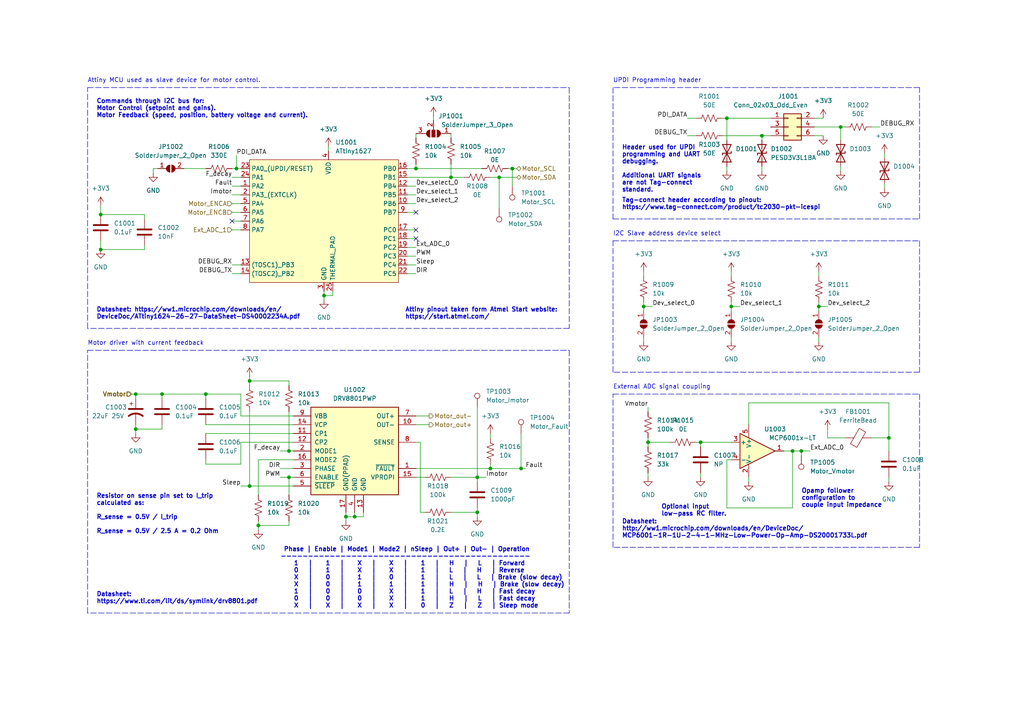
<source format=kicad_sch>
(kicad_sch (version 20211123) (generator eeschema)

  (uuid a925e0f6-4859-4642-9f76-07c855d39a39)

  (paper "A4")

  (title_block
    (title "Thesis Proyect Luis Ernesto Fdez")
    (date "2022-03-17")
    (rev "A")
    (company "Universidad Autónoma de Querétaro")
    (comment 1 "external sensors and LEGO mechanical construction elements as educational equipment.")
    (comment 2 "Design implemets a replacement for the LEGO Mindstorms robot controllers for use with")
    (comment 3 "Distributed Open-source as: CC BY-SA 4.0")
  )

  (lib_symbols
    (symbol "Amplifier_Operational:MCP6001x-LT" (pin_names (offset 0.127)) (in_bom yes) (on_board yes)
      (property "Reference" "U" (id 0) (at -1.27 6.35 0)
        (effects (font (size 1.27 1.27)) (justify left))
      )
      (property "Value" "MCP6001x-LT" (id 1) (at -1.27 3.81 0)
        (effects (font (size 1.27 1.27)) (justify left))
      )
      (property "Footprint" "Package_TO_SOT_SMD:SOT-353_SC-70-5" (id 2) (at -2.54 -5.08 0)
        (effects (font (size 1.27 1.27)) (justify left) hide)
      )
      (property "Datasheet" "http://ww1.microchip.com/downloads/en/DeviceDoc/21733j.pdf" (id 3) (at 0 0 0)
        (effects (font (size 1.27 1.27)) hide)
      )
      (property "ki_keywords" "single opamp" (id 4) (at 0 0 0)
        (effects (font (size 1.27 1.27)) hide)
      )
      (property "ki_description" "1 MHz, Low-Power Op Amp, SC-70-5" (id 5) (at 0 0 0)
        (effects (font (size 1.27 1.27)) hide)
      )
      (property "ki_fp_filters" "*SC?70*" (id 6) (at 0 0 0)
        (effects (font (size 1.27 1.27)) hide)
      )
      (symbol "MCP6001x-LT_0_1"
        (polyline
          (pts
            (xy -5.08 5.08)
            (xy 5.08 0)
            (xy -5.08 -5.08)
            (xy -5.08 5.08)
          )
          (stroke (width 0.254) (type default) (color 0 0 0 0))
          (fill (type background))
        )
        (pin power_in line (at -2.54 -7.62 90) (length 3.81)
          (name "V-" (effects (font (size 1.27 1.27))))
          (number "2" (effects (font (size 1.27 1.27))))
        )
        (pin power_in line (at -2.54 7.62 270) (length 3.81)
          (name "V+" (effects (font (size 1.27 1.27))))
          (number "5" (effects (font (size 1.27 1.27))))
        )
      )
      (symbol "MCP6001x-LT_1_1"
        (pin output line (at 7.62 0 180) (length 2.54)
          (name "~" (effects (font (size 1.27 1.27))))
          (number "1" (effects (font (size 1.27 1.27))))
        )
        (pin input line (at -7.62 2.54 0) (length 2.54)
          (name "+" (effects (font (size 1.27 1.27))))
          (number "3" (effects (font (size 1.27 1.27))))
        )
        (pin input line (at -7.62 -2.54 0) (length 2.54)
          (name "-" (effects (font (size 1.27 1.27))))
          (number "4" (effects (font (size 1.27 1.27))))
        )
      )
    )
    (symbol "Attiny:ATtiny1627" (in_bom yes) (on_board yes)
      (property "Reference" "U" (id 0) (at -21.59 19.05 0)
        (effects (font (size 1.27 1.27)))
      )
      (property "Value" "ATtiny1627" (id 1) (at 15.24 -19.05 0)
        (effects (font (size 1.27 1.27)))
      )
      (property "Footprint" "" (id 2) (at 2.54 3.81 0)
        (effects (font (size 1.27 1.27)) hide)
      )
      (property "Datasheet" "" (id 3) (at 2.54 3.81 0)
        (effects (font (size 1.27 1.27)) hide)
      )
      (symbol "ATtiny1627_0_1"
        (rectangle (start -22.86 17.78) (end 20.32 -17.78)
          (stroke (width 0) (type default) (color 0 0 0 0))
          (fill (type background))
        )
      )
      (symbol "ATtiny1627_1_1"
        (pin bidirectional line (at -25.4 10.16 0) (length 2.54)
          (name "PA2" (effects (font (size 1.27 1.27))))
          (number "1" (effects (font (size 1.27 1.27))))
        )
        (pin bidirectional line (at 22.86 5.08 180) (length 2.54)
          (name "PB6" (effects (font (size 1.27 1.27))))
          (number "10" (effects (font (size 1.27 1.27))))
        )
        (pin bidirectional line (at 22.86 7.62 180) (length 2.54)
          (name "PB5" (effects (font (size 1.27 1.27))))
          (number "11" (effects (font (size 1.27 1.27))))
        )
        (pin bidirectional line (at 22.86 10.16 180) (length 2.54)
          (name "PB4" (effects (font (size 1.27 1.27))))
          (number "12" (effects (font (size 1.27 1.27))))
        )
        (pin bidirectional line (at -25.4 -12.7 0) (length 2.54)
          (name "(TOSC1)_PB3" (effects (font (size 1.27 1.27))))
          (number "13" (effects (font (size 1.27 1.27))))
        )
        (pin bidirectional line (at -25.4 -15.24 0) (length 2.54)
          (name "(TOSC2)_PB2" (effects (font (size 1.27 1.27))))
          (number "14" (effects (font (size 1.27 1.27))))
        )
        (pin bidirectional line (at 22.86 12.7 180) (length 2.54)
          (name "PB1" (effects (font (size 1.27 1.27))))
          (number "15" (effects (font (size 1.27 1.27))))
        )
        (pin bidirectional line (at 22.86 15.24 180) (length 2.54)
          (name "PB0" (effects (font (size 1.27 1.27))))
          (number "16" (effects (font (size 1.27 1.27))))
        )
        (pin bidirectional line (at 22.86 -2.54 180) (length 2.54)
          (name "PC0" (effects (font (size 1.27 1.27))))
          (number "17" (effects (font (size 1.27 1.27))))
        )
        (pin bidirectional line (at 22.86 -5.08 180) (length 2.54)
          (name "PC1" (effects (font (size 1.27 1.27))))
          (number "18" (effects (font (size 1.27 1.27))))
        )
        (pin bidirectional line (at 22.86 -7.62 180) (length 2.54)
          (name "PC2" (effects (font (size 1.27 1.27))))
          (number "19" (effects (font (size 1.27 1.27))))
        )
        (pin bidirectional line (at -25.4 7.62 0) (length 2.54)
          (name "PA3_(EXTCLK)" (effects (font (size 1.27 1.27))))
          (number "2" (effects (font (size 1.27 1.27))))
        )
        (pin bidirectional line (at 22.86 -10.16 180) (length 2.54)
          (name "PC3" (effects (font (size 1.27 1.27))))
          (number "20" (effects (font (size 1.27 1.27))))
        )
        (pin bidirectional line (at 22.86 -12.7 180) (length 2.54)
          (name "PC4" (effects (font (size 1.27 1.27))))
          (number "21" (effects (font (size 1.27 1.27))))
        )
        (pin bidirectional line (at 22.86 -15.24 180) (length 2.54)
          (name "PC5" (effects (font (size 1.27 1.27))))
          (number "22" (effects (font (size 1.27 1.27))))
        )
        (pin bidirectional line (at -25.4 15.24 0) (length 2.54)
          (name "PA0_(UPDI/RESET)" (effects (font (size 1.27 1.27))))
          (number "23" (effects (font (size 1.27 1.27))))
        )
        (pin bidirectional line (at -25.4 12.7 0) (length 2.54)
          (name "PA1" (effects (font (size 1.27 1.27))))
          (number "24" (effects (font (size 1.27 1.27))))
        )
        (pin power_in line (at 1.27 -20.32 90) (length 2.54)
          (name "THERMAL_PAD" (effects (font (size 1.27 1.27))))
          (number "25" (effects (font (size 1.27 1.27))))
        )
        (pin power_in line (at -1.27 -20.32 90) (length 2.54)
          (name "GND" (effects (font (size 1.27 1.27))))
          (number "3" (effects (font (size 1.27 1.27))))
        )
        (pin power_in line (at 0 20.32 270) (length 2.54)
          (name "VDD" (effects (font (size 1.27 1.27))))
          (number "4" (effects (font (size 1.27 1.27))))
        )
        (pin bidirectional line (at -25.4 5.08 0) (length 2.54)
          (name "PA4" (effects (font (size 1.27 1.27))))
          (number "5" (effects (font (size 1.27 1.27))))
        )
        (pin bidirectional line (at -25.4 2.54 0) (length 2.54)
          (name "PA5" (effects (font (size 1.27 1.27))))
          (number "6" (effects (font (size 1.27 1.27))))
        )
        (pin bidirectional line (at -25.4 0 0) (length 2.54)
          (name "PA6" (effects (font (size 1.27 1.27))))
          (number "7" (effects (font (size 1.27 1.27))))
        )
        (pin bidirectional line (at -25.4 -2.54 0) (length 2.54)
          (name "PA7" (effects (font (size 1.27 1.27))))
          (number "8" (effects (font (size 1.27 1.27))))
        )
        (pin bidirectional line (at 22.86 2.54 180) (length 2.54)
          (name "PB7" (effects (font (size 1.27 1.27))))
          (number "9" (effects (font (size 1.27 1.27))))
        )
      )
    )
    (symbol "Connector:TestPoint" (pin_numbers hide) (pin_names (offset 0.762) hide) (in_bom yes) (on_board yes)
      (property "Reference" "TP" (id 0) (at 0 6.858 0)
        (effects (font (size 1.27 1.27)))
      )
      (property "Value" "TestPoint" (id 1) (at 0 5.08 0)
        (effects (font (size 1.27 1.27)))
      )
      (property "Footprint" "" (id 2) (at 5.08 0 0)
        (effects (font (size 1.27 1.27)) hide)
      )
      (property "Datasheet" "~" (id 3) (at 5.08 0 0)
        (effects (font (size 1.27 1.27)) hide)
      )
      (property "ki_keywords" "test point tp" (id 4) (at 0 0 0)
        (effects (font (size 1.27 1.27)) hide)
      )
      (property "ki_description" "test point" (id 5) (at 0 0 0)
        (effects (font (size 1.27 1.27)) hide)
      )
      (property "ki_fp_filters" "Pin* Test*" (id 6) (at 0 0 0)
        (effects (font (size 1.27 1.27)) hide)
      )
      (symbol "TestPoint_0_1"
        (circle (center 0 3.302) (radius 0.762)
          (stroke (width 0) (type default) (color 0 0 0 0))
          (fill (type none))
        )
      )
      (symbol "TestPoint_1_1"
        (pin passive line (at 0 0 90) (length 2.54)
          (name "1" (effects (font (size 1.27 1.27))))
          (number "1" (effects (font (size 1.27 1.27))))
        )
      )
    )
    (symbol "Connector_Generic:Conn_02x03_Odd_Even" (pin_names (offset 1.016) hide) (in_bom yes) (on_board yes)
      (property "Reference" "J" (id 0) (at 1.27 5.08 0)
        (effects (font (size 1.27 1.27)))
      )
      (property "Value" "Conn_02x03_Odd_Even" (id 1) (at 1.27 -5.08 0)
        (effects (font (size 1.27 1.27)))
      )
      (property "Footprint" "" (id 2) (at 0 0 0)
        (effects (font (size 1.27 1.27)) hide)
      )
      (property "Datasheet" "~" (id 3) (at 0 0 0)
        (effects (font (size 1.27 1.27)) hide)
      )
      (property "ki_keywords" "connector" (id 4) (at 0 0 0)
        (effects (font (size 1.27 1.27)) hide)
      )
      (property "ki_description" "Generic connector, double row, 02x03, odd/even pin numbering scheme (row 1 odd numbers, row 2 even numbers), script generated (kicad-library-utils/schlib/autogen/connector/)" (id 5) (at 0 0 0)
        (effects (font (size 1.27 1.27)) hide)
      )
      (property "ki_fp_filters" "Connector*:*_2x??_*" (id 6) (at 0 0 0)
        (effects (font (size 1.27 1.27)) hide)
      )
      (symbol "Conn_02x03_Odd_Even_1_1"
        (rectangle (start -1.27 -2.413) (end 0 -2.667)
          (stroke (width 0.1524) (type default) (color 0 0 0 0))
          (fill (type none))
        )
        (rectangle (start -1.27 0.127) (end 0 -0.127)
          (stroke (width 0.1524) (type default) (color 0 0 0 0))
          (fill (type none))
        )
        (rectangle (start -1.27 2.667) (end 0 2.413)
          (stroke (width 0.1524) (type default) (color 0 0 0 0))
          (fill (type none))
        )
        (rectangle (start -1.27 3.81) (end 3.81 -3.81)
          (stroke (width 0.254) (type default) (color 0 0 0 0))
          (fill (type background))
        )
        (rectangle (start 3.81 -2.413) (end 2.54 -2.667)
          (stroke (width 0.1524) (type default) (color 0 0 0 0))
          (fill (type none))
        )
        (rectangle (start 3.81 0.127) (end 2.54 -0.127)
          (stroke (width 0.1524) (type default) (color 0 0 0 0))
          (fill (type none))
        )
        (rectangle (start 3.81 2.667) (end 2.54 2.413)
          (stroke (width 0.1524) (type default) (color 0 0 0 0))
          (fill (type none))
        )
        (pin passive line (at -5.08 2.54 0) (length 3.81)
          (name "Pin_1" (effects (font (size 1.27 1.27))))
          (number "1" (effects (font (size 1.27 1.27))))
        )
        (pin passive line (at 7.62 2.54 180) (length 3.81)
          (name "Pin_2" (effects (font (size 1.27 1.27))))
          (number "2" (effects (font (size 1.27 1.27))))
        )
        (pin passive line (at -5.08 0 0) (length 3.81)
          (name "Pin_3" (effects (font (size 1.27 1.27))))
          (number "3" (effects (font (size 1.27 1.27))))
        )
        (pin passive line (at 7.62 0 180) (length 3.81)
          (name "Pin_4" (effects (font (size 1.27 1.27))))
          (number "4" (effects (font (size 1.27 1.27))))
        )
        (pin passive line (at -5.08 -2.54 0) (length 3.81)
          (name "Pin_5" (effects (font (size 1.27 1.27))))
          (number "5" (effects (font (size 1.27 1.27))))
        )
        (pin passive line (at 7.62 -2.54 180) (length 3.81)
          (name "Pin_6" (effects (font (size 1.27 1.27))))
          (number "6" (effects (font (size 1.27 1.27))))
        )
      )
    )
    (symbol "Device:C" (pin_numbers hide) (pin_names (offset 0.254)) (in_bom yes) (on_board yes)
      (property "Reference" "C" (id 0) (at 0.635 2.54 0)
        (effects (font (size 1.27 1.27)) (justify left))
      )
      (property "Value" "C" (id 1) (at 0.635 -2.54 0)
        (effects (font (size 1.27 1.27)) (justify left))
      )
      (property "Footprint" "" (id 2) (at 0.9652 -3.81 0)
        (effects (font (size 1.27 1.27)) hide)
      )
      (property "Datasheet" "~" (id 3) (at 0 0 0)
        (effects (font (size 1.27 1.27)) hide)
      )
      (property "ki_keywords" "cap capacitor" (id 4) (at 0 0 0)
        (effects (font (size 1.27 1.27)) hide)
      )
      (property "ki_description" "Unpolarized capacitor" (id 5) (at 0 0 0)
        (effects (font (size 1.27 1.27)) hide)
      )
      (property "ki_fp_filters" "C_*" (id 6) (at 0 0 0)
        (effects (font (size 1.27 1.27)) hide)
      )
      (symbol "C_0_1"
        (polyline
          (pts
            (xy -2.032 -0.762)
            (xy 2.032 -0.762)
          )
          (stroke (width 0.508) (type default) (color 0 0 0 0))
          (fill (type none))
        )
        (polyline
          (pts
            (xy -2.032 0.762)
            (xy 2.032 0.762)
          )
          (stroke (width 0.508) (type default) (color 0 0 0 0))
          (fill (type none))
        )
      )
      (symbol "C_1_1"
        (pin passive line (at 0 3.81 270) (length 2.794)
          (name "~" (effects (font (size 1.27 1.27))))
          (number "1" (effects (font (size 1.27 1.27))))
        )
        (pin passive line (at 0 -3.81 90) (length 2.794)
          (name "~" (effects (font (size 1.27 1.27))))
          (number "2" (effects (font (size 1.27 1.27))))
        )
      )
    )
    (symbol "Device:C_Polarized_US" (pin_numbers hide) (pin_names (offset 0.254) hide) (in_bom yes) (on_board yes)
      (property "Reference" "C" (id 0) (at 0.635 2.54 0)
        (effects (font (size 1.27 1.27)) (justify left))
      )
      (property "Value" "C_Polarized_US" (id 1) (at 0.635 -2.54 0)
        (effects (font (size 1.27 1.27)) (justify left))
      )
      (property "Footprint" "" (id 2) (at 0 0 0)
        (effects (font (size 1.27 1.27)) hide)
      )
      (property "Datasheet" "~" (id 3) (at 0 0 0)
        (effects (font (size 1.27 1.27)) hide)
      )
      (property "ki_keywords" "cap capacitor" (id 4) (at 0 0 0)
        (effects (font (size 1.27 1.27)) hide)
      )
      (property "ki_description" "Polarized capacitor, US symbol" (id 5) (at 0 0 0)
        (effects (font (size 1.27 1.27)) hide)
      )
      (property "ki_fp_filters" "CP_*" (id 6) (at 0 0 0)
        (effects (font (size 1.27 1.27)) hide)
      )
      (symbol "C_Polarized_US_0_1"
        (polyline
          (pts
            (xy -2.032 0.762)
            (xy 2.032 0.762)
          )
          (stroke (width 0.508) (type default) (color 0 0 0 0))
          (fill (type none))
        )
        (polyline
          (pts
            (xy -1.778 2.286)
            (xy -0.762 2.286)
          )
          (stroke (width 0) (type default) (color 0 0 0 0))
          (fill (type none))
        )
        (polyline
          (pts
            (xy -1.27 1.778)
            (xy -1.27 2.794)
          )
          (stroke (width 0) (type default) (color 0 0 0 0))
          (fill (type none))
        )
        (arc (start 2.032 -1.27) (mid 0 -0.5572) (end -2.032 -1.27)
          (stroke (width 0.508) (type default) (color 0 0 0 0))
          (fill (type none))
        )
      )
      (symbol "C_Polarized_US_1_1"
        (pin passive line (at 0 3.81 270) (length 2.794)
          (name "~" (effects (font (size 1.27 1.27))))
          (number "1" (effects (font (size 1.27 1.27))))
        )
        (pin passive line (at 0 -3.81 90) (length 3.302)
          (name "~" (effects (font (size 1.27 1.27))))
          (number "2" (effects (font (size 1.27 1.27))))
        )
      )
    )
    (symbol "Device:D_TVS" (pin_numbers hide) (pin_names (offset 1.016) hide) (in_bom yes) (on_board yes)
      (property "Reference" "D" (id 0) (at 0 2.54 0)
        (effects (font (size 1.27 1.27)))
      )
      (property "Value" "D_TVS" (id 1) (at 0 -2.54 0)
        (effects (font (size 1.27 1.27)))
      )
      (property "Footprint" "" (id 2) (at 0 0 0)
        (effects (font (size 1.27 1.27)) hide)
      )
      (property "Datasheet" "~" (id 3) (at 0 0 0)
        (effects (font (size 1.27 1.27)) hide)
      )
      (property "ki_keywords" "diode TVS thyrector" (id 4) (at 0 0 0)
        (effects (font (size 1.27 1.27)) hide)
      )
      (property "ki_description" "Bidirectional transient-voltage-suppression diode" (id 5) (at 0 0 0)
        (effects (font (size 1.27 1.27)) hide)
      )
      (property "ki_fp_filters" "TO-???* *_Diode_* *SingleDiode* D_*" (id 6) (at 0 0 0)
        (effects (font (size 1.27 1.27)) hide)
      )
      (symbol "D_TVS_0_1"
        (polyline
          (pts
            (xy 1.27 0)
            (xy -1.27 0)
          )
          (stroke (width 0) (type default) (color 0 0 0 0))
          (fill (type none))
        )
        (polyline
          (pts
            (xy 0.508 1.27)
            (xy 0 1.27)
            (xy 0 -1.27)
            (xy -0.508 -1.27)
          )
          (stroke (width 0.254) (type default) (color 0 0 0 0))
          (fill (type none))
        )
        (polyline
          (pts
            (xy -2.54 1.27)
            (xy -2.54 -1.27)
            (xy 2.54 1.27)
            (xy 2.54 -1.27)
            (xy -2.54 1.27)
          )
          (stroke (width 0.254) (type default) (color 0 0 0 0))
          (fill (type none))
        )
      )
      (symbol "D_TVS_1_1"
        (pin passive line (at -3.81 0 0) (length 2.54)
          (name "A1" (effects (font (size 1.27 1.27))))
          (number "1" (effects (font (size 1.27 1.27))))
        )
        (pin passive line (at 3.81 0 180) (length 2.54)
          (name "A2" (effects (font (size 1.27 1.27))))
          (number "2" (effects (font (size 1.27 1.27))))
        )
      )
    )
    (symbol "Device:FerriteBead" (pin_numbers hide) (pin_names (offset 0)) (in_bom yes) (on_board yes)
      (property "Reference" "FB" (id 0) (at -3.81 0.635 90)
        (effects (font (size 1.27 1.27)))
      )
      (property "Value" "FerriteBead" (id 1) (at 3.81 0 90)
        (effects (font (size 1.27 1.27)))
      )
      (property "Footprint" "" (id 2) (at -1.778 0 90)
        (effects (font (size 1.27 1.27)) hide)
      )
      (property "Datasheet" "~" (id 3) (at 0 0 0)
        (effects (font (size 1.27 1.27)) hide)
      )
      (property "ki_keywords" "L ferrite bead inductor filter" (id 4) (at 0 0 0)
        (effects (font (size 1.27 1.27)) hide)
      )
      (property "ki_description" "Ferrite bead" (id 5) (at 0 0 0)
        (effects (font (size 1.27 1.27)) hide)
      )
      (property "ki_fp_filters" "Inductor_* L_* *Ferrite*" (id 6) (at 0 0 0)
        (effects (font (size 1.27 1.27)) hide)
      )
      (symbol "FerriteBead_0_1"
        (polyline
          (pts
            (xy 0 -1.27)
            (xy 0 -1.2192)
          )
          (stroke (width 0) (type default) (color 0 0 0 0))
          (fill (type none))
        )
        (polyline
          (pts
            (xy 0 1.27)
            (xy 0 1.2954)
          )
          (stroke (width 0) (type default) (color 0 0 0 0))
          (fill (type none))
        )
        (polyline
          (pts
            (xy -2.7686 0.4064)
            (xy -1.7018 2.2606)
            (xy 2.7686 -0.3048)
            (xy 1.6764 -2.159)
            (xy -2.7686 0.4064)
          )
          (stroke (width 0) (type default) (color 0 0 0 0))
          (fill (type none))
        )
      )
      (symbol "FerriteBead_1_1"
        (pin passive line (at 0 3.81 270) (length 2.54)
          (name "~" (effects (font (size 1.27 1.27))))
          (number "1" (effects (font (size 1.27 1.27))))
        )
        (pin passive line (at 0 -3.81 90) (length 2.54)
          (name "~" (effects (font (size 1.27 1.27))))
          (number "2" (effects (font (size 1.27 1.27))))
        )
      )
    )
    (symbol "Device:R_US" (pin_numbers hide) (pin_names (offset 0)) (in_bom yes) (on_board yes)
      (property "Reference" "R" (id 0) (at 2.54 0 90)
        (effects (font (size 1.27 1.27)))
      )
      (property "Value" "R_US" (id 1) (at -2.54 0 90)
        (effects (font (size 1.27 1.27)))
      )
      (property "Footprint" "" (id 2) (at 1.016 -0.254 90)
        (effects (font (size 1.27 1.27)) hide)
      )
      (property "Datasheet" "~" (id 3) (at 0 0 0)
        (effects (font (size 1.27 1.27)) hide)
      )
      (property "ki_keywords" "R res resistor" (id 4) (at 0 0 0)
        (effects (font (size 1.27 1.27)) hide)
      )
      (property "ki_description" "Resistor, US symbol" (id 5) (at 0 0 0)
        (effects (font (size 1.27 1.27)) hide)
      )
      (property "ki_fp_filters" "R_*" (id 6) (at 0 0 0)
        (effects (font (size 1.27 1.27)) hide)
      )
      (symbol "R_US_0_1"
        (polyline
          (pts
            (xy 0 -2.286)
            (xy 0 -2.54)
          )
          (stroke (width 0) (type default) (color 0 0 0 0))
          (fill (type none))
        )
        (polyline
          (pts
            (xy 0 2.286)
            (xy 0 2.54)
          )
          (stroke (width 0) (type default) (color 0 0 0 0))
          (fill (type none))
        )
        (polyline
          (pts
            (xy 0 -0.762)
            (xy 1.016 -1.143)
            (xy 0 -1.524)
            (xy -1.016 -1.905)
            (xy 0 -2.286)
          )
          (stroke (width 0) (type default) (color 0 0 0 0))
          (fill (type none))
        )
        (polyline
          (pts
            (xy 0 0.762)
            (xy 1.016 0.381)
            (xy 0 0)
            (xy -1.016 -0.381)
            (xy 0 -0.762)
          )
          (stroke (width 0) (type default) (color 0 0 0 0))
          (fill (type none))
        )
        (polyline
          (pts
            (xy 0 2.286)
            (xy 1.016 1.905)
            (xy 0 1.524)
            (xy -1.016 1.143)
            (xy 0 0.762)
          )
          (stroke (width 0) (type default) (color 0 0 0 0))
          (fill (type none))
        )
      )
      (symbol "R_US_1_1"
        (pin passive line (at 0 3.81 270) (length 1.27)
          (name "~" (effects (font (size 1.27 1.27))))
          (number "1" (effects (font (size 1.27 1.27))))
        )
        (pin passive line (at 0 -3.81 90) (length 1.27)
          (name "~" (effects (font (size 1.27 1.27))))
          (number "2" (effects (font (size 1.27 1.27))))
        )
      )
    )
    (symbol "Driver_Motor:DRV8801PWP" (pin_names (offset 1.016)) (in_bom yes) (on_board yes)
      (property "Reference" "U" (id 0) (at -12.7 16.51 0)
        (effects (font (size 1.27 1.27)) (justify left))
      )
      (property "Value" "DRV8801PWP" (id 1) (at -12.7 13.97 0)
        (effects (font (size 1.27 1.27)) (justify left))
      )
      (property "Footprint" "Package_SO:HTSSOP-16-1EP_4.4x5mm_P0.65mm_EP3.4x5mm_Mask3x3mm_ThermalVias" (id 2) (at 30.48 13.97 0)
        (effects (font (size 1.27 1.27)) hide)
      )
      (property "Datasheet" "http://www.ti.com/lit/ds/symlink/drv8801.pdf" (id 3) (at 1.27 22.86 0)
        (effects (font (size 1.27 1.27)) hide)
      )
      (property "ki_keywords" "H-Bridge Motor Driver" (id 4) (at 0 0 0)
        (effects (font (size 1.27 1.27)) hide)
      )
      (property "ki_description" "H-Bridge Motor Driver, TSSOP-16" (id 5) (at 0 0 0)
        (effects (font (size 1.27 1.27)) hide)
      )
      (property "ki_fp_filters" "*TSSOP*4.4x5mm*P0.65mm*" (id 6) (at 0 0 0)
        (effects (font (size 1.27 1.27)) hide)
      )
      (symbol "DRV8801PWP_0_1"
        (rectangle (start -12.7 12.7) (end 12.7 -12.7)
          (stroke (width 0.254) (type default) (color 0 0 0 0))
          (fill (type background))
        )
      )
      (symbol "DRV8801PWP_1_1"
        (pin open_collector line (at 17.78 -5.08 180) (length 5.08)
          (name "~{FAULT}" (effects (font (size 1.27 1.27))))
          (number "1" (effects (font (size 1.27 1.27))))
        )
        (pin power_out line (at 17.78 7.62 180) (length 5.08)
          (name "OUT-" (effects (font (size 1.27 1.27))))
          (number "10" (effects (font (size 1.27 1.27))))
        )
        (pin power_in line (at -17.78 5.08 0) (length 5.08)
          (name "CP1" (effects (font (size 1.27 1.27))))
          (number "11" (effects (font (size 1.27 1.27))))
        )
        (pin power_in line (at -17.78 2.54 0) (length 5.08)
          (name "CP2" (effects (font (size 1.27 1.27))))
          (number "12" (effects (font (size 1.27 1.27))))
        )
        (pin power_in line (at 2.54 -17.78 90) (length 5.08)
          (name "GND" (effects (font (size 1.27 1.27))))
          (number "13" (effects (font (size 1.27 1.27))))
        )
        (pin power_in line (at -17.78 7.62 0) (length 5.08)
          (name "VCP" (effects (font (size 1.27 1.27))))
          (number "14" (effects (font (size 1.27 1.27))))
        )
        (pin output line (at 17.78 -7.62 180) (length 5.08)
          (name "VPROPI" (effects (font (size 1.27 1.27))))
          (number "15" (effects (font (size 1.27 1.27))))
        )
        (pin input line (at -17.78 -2.54 0) (length 5.08)
          (name "MODE2" (effects (font (size 1.27 1.27))))
          (number "16" (effects (font (size 1.27 1.27))))
        )
        (pin power_in line (at -2.54 -17.78 90) (length 5.08)
          (name "GND(PPAD)" (effects (font (size 1.27 1.27))))
          (number "17" (effects (font (size 1.27 1.27))))
        )
        (pin input line (at -17.78 0 0) (length 5.08)
          (name "MODE1" (effects (font (size 1.27 1.27))))
          (number "2" (effects (font (size 1.27 1.27))))
        )
        (pin input line (at -17.78 -5.08 0) (length 5.08)
          (name "PHASE" (effects (font (size 1.27 1.27))))
          (number "3" (effects (font (size 1.27 1.27))))
        )
        (pin power_in line (at 0 -17.78 90) (length 5.08)
          (name "GND" (effects (font (size 1.27 1.27))))
          (number "4" (effects (font (size 1.27 1.27))))
        )
        (pin input line (at -17.78 -10.16 0) (length 5.08)
          (name "~{SLEEP}" (effects (font (size 1.27 1.27))))
          (number "5" (effects (font (size 1.27 1.27))))
        )
        (pin input line (at -17.78 -7.62 0) (length 5.08)
          (name "ENABLE" (effects (font (size 1.27 1.27))))
          (number "6" (effects (font (size 1.27 1.27))))
        )
        (pin power_out line (at 17.78 10.16 180) (length 5.08)
          (name "OUT+" (effects (font (size 1.27 1.27))))
          (number "7" (effects (font (size 1.27 1.27))))
        )
        (pin power_out line (at 17.78 2.54 180) (length 5.08)
          (name "SENSE" (effects (font (size 1.27 1.27))))
          (number "8" (effects (font (size 1.27 1.27))))
        )
        (pin power_in line (at -17.78 10.16 0) (length 5.08)
          (name "VBB" (effects (font (size 1.27 1.27))))
          (number "9" (effects (font (size 1.27 1.27))))
        )
      )
    )
    (symbol "Jumper:SolderJumper_2_Open" (pin_names (offset 0) hide) (in_bom yes) (on_board yes)
      (property "Reference" "JP" (id 0) (at 0 2.032 0)
        (effects (font (size 1.27 1.27)))
      )
      (property "Value" "SolderJumper_2_Open" (id 1) (at 0 -2.54 0)
        (effects (font (size 1.27 1.27)))
      )
      (property "Footprint" "" (id 2) (at 0 0 0)
        (effects (font (size 1.27 1.27)) hide)
      )
      (property "Datasheet" "~" (id 3) (at 0 0 0)
        (effects (font (size 1.27 1.27)) hide)
      )
      (property "ki_keywords" "solder jumper SPST" (id 4) (at 0 0 0)
        (effects (font (size 1.27 1.27)) hide)
      )
      (property "ki_description" "Solder Jumper, 2-pole, open" (id 5) (at 0 0 0)
        (effects (font (size 1.27 1.27)) hide)
      )
      (property "ki_fp_filters" "SolderJumper*Open*" (id 6) (at 0 0 0)
        (effects (font (size 1.27 1.27)) hide)
      )
      (symbol "SolderJumper_2_Open_0_1"
        (arc (start -0.254 1.016) (mid -1.27 0) (end -0.254 -1.016)
          (stroke (width 0) (type default) (color 0 0 0 0))
          (fill (type none))
        )
        (arc (start -0.254 1.016) (mid -1.27 0) (end -0.254 -1.016)
          (stroke (width 0) (type default) (color 0 0 0 0))
          (fill (type outline))
        )
        (polyline
          (pts
            (xy -0.254 1.016)
            (xy -0.254 -1.016)
          )
          (stroke (width 0) (type default) (color 0 0 0 0))
          (fill (type none))
        )
        (polyline
          (pts
            (xy 0.254 1.016)
            (xy 0.254 -1.016)
          )
          (stroke (width 0) (type default) (color 0 0 0 0))
          (fill (type none))
        )
        (arc (start 0.254 -1.016) (mid 1.27 0) (end 0.254 1.016)
          (stroke (width 0) (type default) (color 0 0 0 0))
          (fill (type none))
        )
        (arc (start 0.254 -1.016) (mid 1.27 0) (end 0.254 1.016)
          (stroke (width 0) (type default) (color 0 0 0 0))
          (fill (type outline))
        )
      )
      (symbol "SolderJumper_2_Open_1_1"
        (pin passive line (at -3.81 0 0) (length 2.54)
          (name "A" (effects (font (size 1.27 1.27))))
          (number "1" (effects (font (size 1.27 1.27))))
        )
        (pin passive line (at 3.81 0 180) (length 2.54)
          (name "B" (effects (font (size 1.27 1.27))))
          (number "2" (effects (font (size 1.27 1.27))))
        )
      )
    )
    (symbol "Jumper:SolderJumper_3_Open" (pin_names (offset 0) hide) (in_bom yes) (on_board yes)
      (property "Reference" "JP" (id 0) (at -2.54 -2.54 0)
        (effects (font (size 1.27 1.27)))
      )
      (property "Value" "SolderJumper_3_Open" (id 1) (at 0 2.794 0)
        (effects (font (size 1.27 1.27)))
      )
      (property "Footprint" "" (id 2) (at 0 0 0)
        (effects (font (size 1.27 1.27)) hide)
      )
      (property "Datasheet" "~" (id 3) (at 0 0 0)
        (effects (font (size 1.27 1.27)) hide)
      )
      (property "ki_keywords" "Solder Jumper SPDT" (id 4) (at 0 0 0)
        (effects (font (size 1.27 1.27)) hide)
      )
      (property "ki_description" "Solder Jumper, 3-pole, open" (id 5) (at 0 0 0)
        (effects (font (size 1.27 1.27)) hide)
      )
      (property "ki_fp_filters" "SolderJumper*Open*" (id 6) (at 0 0 0)
        (effects (font (size 1.27 1.27)) hide)
      )
      (symbol "SolderJumper_3_Open_0_1"
        (arc (start -1.016 1.016) (mid -2.032 0) (end -1.016 -1.016)
          (stroke (width 0) (type default) (color 0 0 0 0))
          (fill (type none))
        )
        (arc (start -1.016 1.016) (mid -2.032 0) (end -1.016 -1.016)
          (stroke (width 0) (type default) (color 0 0 0 0))
          (fill (type outline))
        )
        (rectangle (start -0.508 1.016) (end 0.508 -1.016)
          (stroke (width 0) (type default) (color 0 0 0 0))
          (fill (type outline))
        )
        (polyline
          (pts
            (xy -2.54 0)
            (xy -2.032 0)
          )
          (stroke (width 0) (type default) (color 0 0 0 0))
          (fill (type none))
        )
        (polyline
          (pts
            (xy -1.016 1.016)
            (xy -1.016 -1.016)
          )
          (stroke (width 0) (type default) (color 0 0 0 0))
          (fill (type none))
        )
        (polyline
          (pts
            (xy 0 -1.27)
            (xy 0 -1.016)
          )
          (stroke (width 0) (type default) (color 0 0 0 0))
          (fill (type none))
        )
        (polyline
          (pts
            (xy 1.016 1.016)
            (xy 1.016 -1.016)
          )
          (stroke (width 0) (type default) (color 0 0 0 0))
          (fill (type none))
        )
        (polyline
          (pts
            (xy 2.54 0)
            (xy 2.032 0)
          )
          (stroke (width 0) (type default) (color 0 0 0 0))
          (fill (type none))
        )
        (arc (start 1.016 -1.016) (mid 2.032 0) (end 1.016 1.016)
          (stroke (width 0) (type default) (color 0 0 0 0))
          (fill (type none))
        )
        (arc (start 1.016 -1.016) (mid 2.032 0) (end 1.016 1.016)
          (stroke (width 0) (type default) (color 0 0 0 0))
          (fill (type outline))
        )
      )
      (symbol "SolderJumper_3_Open_1_1"
        (pin passive line (at -5.08 0 0) (length 2.54)
          (name "A" (effects (font (size 1.27 1.27))))
          (number "1" (effects (font (size 1.27 1.27))))
        )
        (pin passive line (at 0 -3.81 90) (length 2.54)
          (name "C" (effects (font (size 1.27 1.27))))
          (number "2" (effects (font (size 1.27 1.27))))
        )
        (pin passive line (at 5.08 0 180) (length 2.54)
          (name "B" (effects (font (size 1.27 1.27))))
          (number "3" (effects (font (size 1.27 1.27))))
        )
      )
    )
    (symbol "power:+3.3V" (power) (pin_names (offset 0)) (in_bom yes) (on_board yes)
      (property "Reference" "#PWR" (id 0) (at 0 -3.81 0)
        (effects (font (size 1.27 1.27)) hide)
      )
      (property "Value" "+3.3V" (id 1) (at 0 3.556 0)
        (effects (font (size 1.27 1.27)))
      )
      (property "Footprint" "" (id 2) (at 0 0 0)
        (effects (font (size 1.27 1.27)) hide)
      )
      (property "Datasheet" "" (id 3) (at 0 0 0)
        (effects (font (size 1.27 1.27)) hide)
      )
      (property "ki_keywords" "power-flag" (id 4) (at 0 0 0)
        (effects (font (size 1.27 1.27)) hide)
      )
      (property "ki_description" "Power symbol creates a global label with name \"+3.3V\"" (id 5) (at 0 0 0)
        (effects (font (size 1.27 1.27)) hide)
      )
      (symbol "+3.3V_0_1"
        (polyline
          (pts
            (xy -0.762 1.27)
            (xy 0 2.54)
          )
          (stroke (width 0) (type default) (color 0 0 0 0))
          (fill (type none))
        )
        (polyline
          (pts
            (xy 0 0)
            (xy 0 2.54)
          )
          (stroke (width 0) (type default) (color 0 0 0 0))
          (fill (type none))
        )
        (polyline
          (pts
            (xy 0 2.54)
            (xy 0.762 1.27)
          )
          (stroke (width 0) (type default) (color 0 0 0 0))
          (fill (type none))
        )
      )
      (symbol "+3.3V_1_1"
        (pin power_in line (at 0 0 90) (length 0) hide
          (name "+3V3" (effects (font (size 1.27 1.27))))
          (number "1" (effects (font (size 1.27 1.27))))
        )
      )
    )
    (symbol "power:GND" (power) (pin_names (offset 0)) (in_bom yes) (on_board yes)
      (property "Reference" "#PWR" (id 0) (at 0 -6.35 0)
        (effects (font (size 1.27 1.27)) hide)
      )
      (property "Value" "GND" (id 1) (at 0 -3.81 0)
        (effects (font (size 1.27 1.27)))
      )
      (property "Footprint" "" (id 2) (at 0 0 0)
        (effects (font (size 1.27 1.27)) hide)
      )
      (property "Datasheet" "" (id 3) (at 0 0 0)
        (effects (font (size 1.27 1.27)) hide)
      )
      (property "ki_keywords" "power-flag" (id 4) (at 0 0 0)
        (effects (font (size 1.27 1.27)) hide)
      )
      (property "ki_description" "Power symbol creates a global label with name \"GND\" , ground" (id 5) (at 0 0 0)
        (effects (font (size 1.27 1.27)) hide)
      )
      (symbol "GND_0_1"
        (polyline
          (pts
            (xy 0 0)
            (xy 0 -1.27)
            (xy 1.27 -1.27)
            (xy 0 -2.54)
            (xy -1.27 -1.27)
            (xy 0 -1.27)
          )
          (stroke (width 0) (type default) (color 0 0 0 0))
          (fill (type none))
        )
      )
      (symbol "GND_1_1"
        (pin power_in line (at 0 0 270) (length 0) hide
          (name "GND" (effects (font (size 1.27 1.27))))
          (number "1" (effects (font (size 1.27 1.27))))
        )
      )
    )
  )

  (junction (at 68.58 48.895) (diameter 0) (color 0 0 0 0)
    (uuid 07128142-e2c6-41d5-aab9-dd457e52f4f5)
  )
  (junction (at 83.82 138.43) (diameter 0) (color 0 0 0 0)
    (uuid 086cc6e5-b9c5-4997-8fd9-af5892a7f2bf)
  )
  (junction (at 220.98 39.37) (diameter 0) (color 0 0 0 0)
    (uuid 233a5146-d79d-4630-862d-0e95b11288ec)
  )
  (junction (at 39.37 124.46) (diameter 0) (color 0 0 0 0)
    (uuid 24015b8f-bd15-449b-a081-f271f85982a9)
  )
  (junction (at 203.2 128.27) (diameter 0) (color 0 0 0 0)
    (uuid 346ea6f0-40ed-4a4f-8ef4-7ea42f7d3fcf)
  )
  (junction (at 210.82 34.29) (diameter 0) (color 0 0 0 0)
    (uuid 3a962919-20cc-4c03-a508-056dd788bd19)
  )
  (junction (at 74.93 152.4) (diameter 0) (color 0 0 0 0)
    (uuid 3c8a3bef-04be-4215-9947-1110986e924b)
  )
  (junction (at 102.87 149.86) (diameter 0) (color 0 0 0 0)
    (uuid 47a6009a-2933-4fdf-94bc-ccdb6bd9094c)
  )
  (junction (at 142.24 135.89) (diameter 0) (color 0 0 0 0)
    (uuid 50966ed6-4f8d-4af1-979a-238c579354af)
  )
  (junction (at 229.87 130.81) (diameter 0) (color 0 0 0 0)
    (uuid 5d502f6c-0b2a-44aa-a10b-683e2de1c001)
  )
  (junction (at 243.84 36.83) (diameter 0) (color 0 0 0 0)
    (uuid 5f976c2a-86e5-45ae-8b83-5bbe0a8843e8)
  )
  (junction (at 138.43 148.59) (diameter 0) (color 0 0 0 0)
    (uuid 654b12ff-ff05-46d9-a5d3-ed2062810990)
  )
  (junction (at 39.37 114.3) (diameter 0) (color 0 0 0 0)
    (uuid 67467e7f-3588-4618-beb6-665ec352272a)
  )
  (junction (at 237.49 88.9) (diameter 0) (color 0 0 0 0)
    (uuid 74dded3a-5ba0-4e8a-94b0-62efddf3738a)
  )
  (junction (at 46.99 114.3) (diameter 0) (color 0 0 0 0)
    (uuid 87b94a7d-2607-41d0-876c-4058afcad24d)
  )
  (junction (at 144.78 51.435) (diameter 0) (color 0 0 0 0)
    (uuid 9d041f74-cf60-4954-84a1-35a885b58ede)
  )
  (junction (at 29.21 72.39) (diameter 0) (color 0 0 0 0)
    (uuid a85d8a44-c289-48ec-aa53-3145d4beee3f)
  )
  (junction (at 212.09 88.9) (diameter 0) (color 0 0 0 0)
    (uuid a89ba2c2-10c3-448c-82e8-c4a7a8eb5e41)
  )
  (junction (at 148.59 48.895) (diameter 0) (color 0 0 0 0)
    (uuid b8d3bfc2-5010-4b67-aa64-3b756fbab6ae)
  )
  (junction (at 72.39 140.97) (diameter 0) (color 0 0 0 0)
    (uuid ba925194-2a39-43ed-ab68-534eb7e63c2e)
  )
  (junction (at 232.41 130.81) (diameter 0) (color 0 0 0 0)
    (uuid c2876573-f55d-4c4d-8489-d5471ee5a0db)
  )
  (junction (at 83.82 130.81) (diameter 0) (color 0 0 0 0)
    (uuid c8fb2f11-dae8-4c6e-a4b2-9e6170810761)
  )
  (junction (at 59.69 114.3) (diameter 0) (color 0 0 0 0)
    (uuid c9b85535-0f98-4c40-be50-acc882bb4bd7)
  )
  (junction (at 187.96 128.27) (diameter 0) (color 0 0 0 0)
    (uuid ced7df92-b0c2-49a7-bf59-e92f37471e44)
  )
  (junction (at 72.39 110.49) (diameter 0) (color 0 0 0 0)
    (uuid d144917b-b112-4219-9af5-83881c76cea4)
  )
  (junction (at 120.65 48.895) (diameter 0) (color 0 0 0 0)
    (uuid d3fba6d8-4c82-4772-9734-9981a478b928)
  )
  (junction (at 186.69 88.9) (diameter 0) (color 0 0 0 0)
    (uuid e2368cb4-0b86-492b-9666-85225ece21e3)
  )
  (junction (at 138.43 138.43) (diameter 0) (color 0 0 0 0)
    (uuid e785de30-1d82-491e-81ad-966622f45bc7)
  )
  (junction (at 29.21 62.23) (diameter 0) (color 0 0 0 0)
    (uuid e7c86173-6057-40da-b3be-7787dc276e4f)
  )
  (junction (at 93.98 85.725) (diameter 0) (color 0 0 0 0)
    (uuid edd85e70-dc5e-4307-bba3-9bf45effe913)
  )
  (junction (at 130.81 51.435) (diameter 0) (color 0 0 0 0)
    (uuid ef75c955-d4a7-4f74-8406-ae18f54fce2a)
  )
  (junction (at 151.13 135.89) (diameter 0) (color 0 0 0 0)
    (uuid f42f2aea-2724-4d4d-ba6f-58e7b3a2523d)
  )
  (junction (at 100.33 149.86) (diameter 0) (color 0 0 0 0)
    (uuid f8701e85-f1bf-40cc-8835-da7ebe42dd29)
  )
  (junction (at 257.81 127) (diameter 0) (color 0 0 0 0)
    (uuid fc3230d9-7c47-401e-afdd-e7652078f921)
  )

  (no_connect (at 120.65 61.595) (uuid 3326d41d-dbf6-40d4-820f-d73a1c78c986))
  (no_connect (at 120.65 66.675) (uuid 44029560-4375-4229-843d-1dc73436b56e))
  (no_connect (at 120.65 69.215) (uuid 5798fd78-50a6-42a5-aee0-49f50497fc0b))
  (no_connect (at 67.31 64.135) (uuid bdc2d609-54b3-4093-ae82-561e7604e879))

  (wire (pts (xy 236.22 36.83) (xy 243.84 36.83))
    (stroke (width 0) (type default) (color 0 0 0 0))
    (uuid 01fa393e-1dc8-4451-a726-9e7f5942c2be)
  )
  (wire (pts (xy 243.84 36.83) (xy 243.84 40.64))
    (stroke (width 0) (type default) (color 0 0 0 0))
    (uuid 06e5ceca-57b5-445c-a6ad-0c06d6311053)
  )
  (wire (pts (xy 187.96 118.11) (xy 187.96 119.38))
    (stroke (width 0) (type default) (color 0 0 0 0))
    (uuid 098c99f3-ccf4-4e5e-9b51-1b3e76e29c85)
  )
  (wire (pts (xy 120.65 48.895) (xy 139.7 48.895))
    (stroke (width 0) (type default) (color 0 0 0 0))
    (uuid 0ad551c3-08ee-4d1d-837b-2908ae08b8c3)
  )
  (polyline (pts (xy 266.7 69.85) (xy 266.7 107.95))
    (stroke (width 0) (type default) (color 0 0 0 0))
    (uuid 0b0e699d-6c80-4753-902b-93afd31131cb)
  )
  (polyline (pts (xy 165.1 101.6) (xy 165.1 177.8))
    (stroke (width 0) (type default) (color 0 0 0 0))
    (uuid 0b86133a-64d6-4ce1-9f02-554107cb3126)
  )

  (wire (pts (xy 229.87 130.81) (xy 232.41 130.81))
    (stroke (width 0) (type default) (color 0 0 0 0))
    (uuid 0bf26727-5e6a-4d99-b0e6-7befdfa7e9fd)
  )
  (wire (pts (xy 46.99 124.46) (xy 46.99 123.19))
    (stroke (width 0) (type default) (color 0 0 0 0))
    (uuid 0d248cb3-e588-4deb-891c-d8c56c84d61b)
  )
  (wire (pts (xy 96.52 84.455) (xy 96.52 85.725))
    (stroke (width 0) (type default) (color 0 0 0 0))
    (uuid 0ef3476c-fae1-4101-8b5b-67ed96be9b00)
  )
  (wire (pts (xy 186.69 97.79) (xy 186.69 99.06))
    (stroke (width 0) (type default) (color 0 0 0 0))
    (uuid 119c0784-d126-49dc-b11a-bfacdf5efddd)
  )
  (wire (pts (xy 240.03 124.46) (xy 240.03 127))
    (stroke (width 0) (type default) (color 0 0 0 0))
    (uuid 1497d80a-2d8a-4ccb-b81f-d8acc4a150cb)
  )
  (wire (pts (xy 120.65 135.89) (xy 142.24 135.89))
    (stroke (width 0) (type default) (color 0 0 0 0))
    (uuid 15f0634b-e6fd-45e7-9066-d8b1d08dcc69)
  )
  (wire (pts (xy 151.13 125.73) (xy 151.13 135.89))
    (stroke (width 0) (type default) (color 0 0 0 0))
    (uuid 17b3b82d-6f51-4282-9cc4-c6b84a6921aa)
  )
  (wire (pts (xy 67.31 61.595) (xy 69.85 61.595))
    (stroke (width 0) (type default) (color 0 0 0 0))
    (uuid 1988a47b-2c6a-4110-9eaf-2f7778532835)
  )
  (wire (pts (xy 187.96 128.27) (xy 194.31 128.27))
    (stroke (width 0) (type default) (color 0 0 0 0))
    (uuid 19beea43-4f02-44fe-9103-92948af358a7)
  )
  (wire (pts (xy 212.09 97.79) (xy 212.09 99.06))
    (stroke (width 0) (type default) (color 0 0 0 0))
    (uuid 19bf2576-1a55-48bc-8f18-87e33e70825b)
  )
  (wire (pts (xy 93.98 85.725) (xy 93.98 86.995))
    (stroke (width 0) (type default) (color 0 0 0 0))
    (uuid 1a1a2214-c0e9-40fb-a9a8-4ca2ab4b2c0d)
  )
  (wire (pts (xy 120.65 47.625) (xy 120.65 48.895))
    (stroke (width 0) (type default) (color 0 0 0 0))
    (uuid 1b00c372-c0ad-47fb-87fb-1130ac8117af)
  )
  (wire (pts (xy 72.39 109.22) (xy 72.39 110.49))
    (stroke (width 0) (type default) (color 0 0 0 0))
    (uuid 1bbfe53b-75c1-4669-afea-6fb32c441e77)
  )
  (wire (pts (xy 68.58 48.895) (xy 69.85 48.895))
    (stroke (width 0) (type default) (color 0 0 0 0))
    (uuid 1bd87e71-0075-490c-bf73-3657adb67a56)
  )
  (polyline (pts (xy 25.4 25.4) (xy 165.1 25.4))
    (stroke (width 0) (type default) (color 0 0 0 0))
    (uuid 1d40667f-9e65-406c-92ff-4d9df109dd78)
  )

  (wire (pts (xy 39.37 114.3) (xy 46.99 114.3))
    (stroke (width 0) (type default) (color 0 0 0 0))
    (uuid 1db1ca49-918b-4aeb-a1f9-d72efe20dac6)
  )
  (wire (pts (xy 83.82 138.43) (xy 85.09 138.43))
    (stroke (width 0) (type default) (color 0 0 0 0))
    (uuid 20ea23c1-33ed-4404-8f75-13ac44e24443)
  )
  (wire (pts (xy 199.39 34.29) (xy 201.93 34.29))
    (stroke (width 0) (type default) (color 0 0 0 0))
    (uuid 21e5de3c-017f-4999-abaf-f02b1ff77770)
  )
  (wire (pts (xy 229.87 147.32) (xy 229.87 130.81))
    (stroke (width 0) (type default) (color 0 0 0 0))
    (uuid 21ef127b-964b-4e7b-b79c-67ea703c6206)
  )
  (polyline (pts (xy 266.7 107.95) (xy 177.8 107.95))
    (stroke (width 0) (type default) (color 0 0 0 0))
    (uuid 2206602e-cf93-4a4d-a0cb-1c9f2170b971)
  )

  (wire (pts (xy 72.39 110.49) (xy 72.39 111.76))
    (stroke (width 0) (type default) (color 0 0 0 0))
    (uuid 257b5b19-d197-4065-966c-97d8d8126243)
  )
  (wire (pts (xy 210.82 34.29) (xy 210.82 40.64))
    (stroke (width 0) (type default) (color 0 0 0 0))
    (uuid 2916b789-8125-4954-99a4-98e1211e0316)
  )
  (wire (pts (xy 220.98 48.26) (xy 220.98 49.53))
    (stroke (width 0) (type default) (color 0 0 0 0))
    (uuid 29436383-712e-4de3-b061-272db30c9be2)
  )
  (wire (pts (xy 118.11 59.055) (xy 120.65 59.055))
    (stroke (width 0) (type default) (color 0 0 0 0))
    (uuid 29cbff6a-25a4-4e85-8bf3-7b6ddef5f198)
  )
  (wire (pts (xy 120.65 123.19) (xy 124.46 123.19))
    (stroke (width 0) (type default) (color 0 0 0 0))
    (uuid 2b973b7f-c3cd-4f99-bc16-688bcf1c8fa0)
  )
  (wire (pts (xy 187.96 137.16) (xy 187.96 138.43))
    (stroke (width 0) (type default) (color 0 0 0 0))
    (uuid 2ff733ce-e844-4dd0-b180-887e1143dbc3)
  )
  (wire (pts (xy 105.41 148.59) (xy 105.41 149.86))
    (stroke (width 0) (type default) (color 0 0 0 0))
    (uuid 31413630-51e2-4d4e-8bfd-e4ce2d84e73f)
  )
  (polyline (pts (xy 165.1 95.25) (xy 25.4 95.25))
    (stroke (width 0) (type default) (color 0 0 0 0))
    (uuid 33118471-31b7-4a31-9ed4-ef86e06032e7)
  )

  (wire (pts (xy 29.21 62.23) (xy 41.91 62.23))
    (stroke (width 0) (type default) (color 0 0 0 0))
    (uuid 337628ab-43eb-4abe-94ca-7c53b21e17b4)
  )
  (wire (pts (xy 123.19 148.59) (xy 121.92 148.59))
    (stroke (width 0) (type default) (color 0 0 0 0))
    (uuid 33ebbcdd-f078-4d25-83e8-fb188072dc41)
  )
  (wire (pts (xy 256.54 44.45) (xy 256.54 45.72))
    (stroke (width 0) (type default) (color 0 0 0 0))
    (uuid 343b685e-c563-4da6-9489-b9d2356881bf)
  )
  (wire (pts (xy 67.31 64.135) (xy 69.85 64.135))
    (stroke (width 0) (type default) (color 0 0 0 0))
    (uuid 36720774-918f-492f-9f34-f73af9aa2ec8)
  )
  (wire (pts (xy 118.11 53.975) (xy 120.65 53.975))
    (stroke (width 0) (type default) (color 0 0 0 0))
    (uuid 36d6bf13-d0be-4e82-990d-b97c01e1d605)
  )
  (wire (pts (xy 148.59 48.895) (xy 149.86 48.895))
    (stroke (width 0) (type default) (color 0 0 0 0))
    (uuid 3a5efb91-841e-462e-bf31-f5e8bdfd29b6)
  )
  (wire (pts (xy 130.81 51.435) (xy 134.62 51.435))
    (stroke (width 0) (type default) (color 0 0 0 0))
    (uuid 3ba40be0-576d-448f-bb59-9b0593e7e1d6)
  )
  (wire (pts (xy 210.82 34.29) (xy 223.52 34.29))
    (stroke (width 0) (type default) (color 0 0 0 0))
    (uuid 3bd65155-be2f-4641-8dd4-b6e4483016c9)
  )
  (polyline (pts (xy 177.8 107.95) (xy 177.8 69.85))
    (stroke (width 0) (type default) (color 0 0 0 0))
    (uuid 3cd8cc62-2f92-4b1d-a2c0-301c91b0a717)
  )

  (wire (pts (xy 236.22 34.29) (xy 238.76 34.29))
    (stroke (width 0) (type default) (color 0 0 0 0))
    (uuid 41c393ae-60d8-49cc-919f-29eca1c3c050)
  )
  (wire (pts (xy 41.91 71.12) (xy 41.91 72.39))
    (stroke (width 0) (type default) (color 0 0 0 0))
    (uuid 424d0eb0-4621-40c5-9eca-3baaa15a4649)
  )
  (wire (pts (xy 240.03 127) (xy 245.11 127))
    (stroke (width 0) (type default) (color 0 0 0 0))
    (uuid 426f470a-6468-48ca-a4be-cc81ced0c97b)
  )
  (wire (pts (xy 138.43 148.59) (xy 138.43 149.86))
    (stroke (width 0) (type default) (color 0 0 0 0))
    (uuid 42907fda-f569-4329-9f2b-7c77c37d5bc2)
  )
  (wire (pts (xy 199.39 39.37) (xy 201.93 39.37))
    (stroke (width 0) (type default) (color 0 0 0 0))
    (uuid 43d51ea5-7327-4308-8392-2e2184012695)
  )
  (wire (pts (xy 186.69 87.63) (xy 186.69 88.9))
    (stroke (width 0) (type default) (color 0 0 0 0))
    (uuid 454ed31b-84e9-449b-8318-b0551fa33d37)
  )
  (wire (pts (xy 232.41 130.81) (xy 232.41 132.08))
    (stroke (width 0) (type default) (color 0 0 0 0))
    (uuid 46f8be57-d45e-461b-8621-e62a2a282a65)
  )
  (wire (pts (xy 144.78 51.435) (xy 144.78 60.325))
    (stroke (width 0) (type default) (color 0 0 0 0))
    (uuid 47de5f78-9db5-4c3c-85f2-261d7381069f)
  )
  (wire (pts (xy 44.45 48.895) (xy 44.45 50.165))
    (stroke (width 0) (type default) (color 0 0 0 0))
    (uuid 489026f7-169f-4c26-b6a8-ef069f6254d4)
  )
  (wire (pts (xy 85.09 128.27) (xy 69.85 128.27))
    (stroke (width 0) (type default) (color 0 0 0 0))
    (uuid 4944a005-87d3-4241-8fce-a1ab51d14883)
  )
  (wire (pts (xy 223.52 39.37) (xy 220.98 39.37))
    (stroke (width 0) (type default) (color 0 0 0 0))
    (uuid 4b2a74cf-e36c-4c7b-a6de-7a79cb70ffdd)
  )
  (wire (pts (xy 67.31 66.675) (xy 69.85 66.675))
    (stroke (width 0) (type default) (color 0 0 0 0))
    (uuid 4ec800c1-9d80-4bf5-abe6-ec8c6a21053b)
  )
  (wire (pts (xy 102.87 149.86) (xy 105.41 149.86))
    (stroke (width 0) (type default) (color 0 0 0 0))
    (uuid 4f23acbc-bb12-4101-841e-d74828ec7209)
  )
  (polyline (pts (xy 266.7 114.3) (xy 266.7 158.75))
    (stroke (width 0) (type default) (color 0 0 0 0))
    (uuid 50cbc8ec-364a-44bc-8174-29e3991c2d37)
  )

  (wire (pts (xy 138.43 118.11) (xy 138.43 138.43))
    (stroke (width 0) (type default) (color 0 0 0 0))
    (uuid 511021c3-2da2-40e8-ac2f-958bee80ac34)
  )
  (wire (pts (xy 83.82 130.81) (xy 85.09 130.81))
    (stroke (width 0) (type default) (color 0 0 0 0))
    (uuid 51f7edb9-a9ba-40a7-8a78-0acd786a8c5a)
  )
  (wire (pts (xy 203.2 128.27) (xy 212.09 128.27))
    (stroke (width 0) (type default) (color 0 0 0 0))
    (uuid 522d194a-774e-4e55-928e-595c500c9593)
  )
  (wire (pts (xy 243.84 36.83) (xy 245.11 36.83))
    (stroke (width 0) (type default) (color 0 0 0 0))
    (uuid 52d6cb10-864d-4b08-8583-9b11372a588c)
  )
  (wire (pts (xy 229.87 130.81) (xy 227.33 130.81))
    (stroke (width 0) (type default) (color 0 0 0 0))
    (uuid 53d1e313-be45-487b-bfa9-22ec8e561314)
  )
  (wire (pts (xy 257.81 138.43) (xy 257.81 139.7))
    (stroke (width 0) (type default) (color 0 0 0 0))
    (uuid 54bca274-7a23-4e88-b7d6-5fcbeae632b9)
  )
  (wire (pts (xy 138.43 148.59) (xy 138.43 147.32))
    (stroke (width 0) (type default) (color 0 0 0 0))
    (uuid 558b875a-3bb4-46a4-b88e-c5d9f9c9e763)
  )
  (wire (pts (xy 83.82 111.76) (xy 83.82 110.49))
    (stroke (width 0) (type default) (color 0 0 0 0))
    (uuid 56da3f6b-1026-45e5-9ca4-8ebc8f4cadc0)
  )
  (wire (pts (xy 59.69 123.19) (xy 85.09 123.19))
    (stroke (width 0) (type default) (color 0 0 0 0))
    (uuid 589ad855-e4a4-4709-b25d-89ca54e3bb29)
  )
  (wire (pts (xy 212.09 133.35) (xy 210.82 133.35))
    (stroke (width 0) (type default) (color 0 0 0 0))
    (uuid 58e544d7-cae7-4034-8402-4e01fac57f76)
  )
  (wire (pts (xy 102.87 148.59) (xy 102.87 149.86))
    (stroke (width 0) (type default) (color 0 0 0 0))
    (uuid 598bd791-2268-4024-beee-a1f643e2c830)
  )
  (polyline (pts (xy 25.4 177.8) (xy 25.4 101.6))
    (stroke (width 0) (type default) (color 0 0 0 0))
    (uuid 5a786e25-8889-4d06-b4a4-a861659caa54)
  )

  (wire (pts (xy 39.37 124.46) (xy 39.37 125.73))
    (stroke (width 0) (type default) (color 0 0 0 0))
    (uuid 5b7bdb8d-81c4-4be4-a6a6-8bcdcd1ec85f)
  )
  (polyline (pts (xy 266.7 158.75) (xy 177.8 158.75))
    (stroke (width 0) (type default) (color 0 0 0 0))
    (uuid 5c317ad2-a0bd-46eb-a366-64df678230a8)
  )

  (wire (pts (xy 147.32 48.895) (xy 148.59 48.895))
    (stroke (width 0) (type default) (color 0 0 0 0))
    (uuid 5c368023-9bfd-4cb5-9c81-42a29f8964ec)
  )
  (wire (pts (xy 41.91 63.5) (xy 41.91 62.23))
    (stroke (width 0) (type default) (color 0 0 0 0))
    (uuid 5cc7c510-7c64-4bc7-9fbc-2f87aaebb4db)
  )
  (wire (pts (xy 118.11 69.215) (xy 120.65 69.215))
    (stroke (width 0) (type default) (color 0 0 0 0))
    (uuid 604a4e30-9929-4197-9ff6-3e37f5c9574f)
  )
  (wire (pts (xy 236.22 39.37) (xy 238.76 39.37))
    (stroke (width 0) (type default) (color 0 0 0 0))
    (uuid 609839ca-7a6b-4eab-a3fd-17b505961680)
  )
  (wire (pts (xy 120.65 79.375) (xy 118.11 79.375))
    (stroke (width 0) (type default) (color 0 0 0 0))
    (uuid 6199fe49-ecc7-4d11-9e92-d64472475fa7)
  )
  (wire (pts (xy 237.49 97.79) (xy 237.49 99.06))
    (stroke (width 0) (type default) (color 0 0 0 0))
    (uuid 61a0ef23-7017-4ea9-a689-c8e091cbf97e)
  )
  (wire (pts (xy 212.09 78.74) (xy 212.09 80.01))
    (stroke (width 0) (type default) (color 0 0 0 0))
    (uuid 627e264b-66bc-4a52-90e3-34a960f8cb72)
  )
  (wire (pts (xy 100.33 149.86) (xy 100.33 151.13))
    (stroke (width 0) (type default) (color 0 0 0 0))
    (uuid 65938e67-29bb-47c2-b796-855ab8dfdc16)
  )
  (wire (pts (xy 83.82 138.43) (xy 83.82 143.51))
    (stroke (width 0) (type default) (color 0 0 0 0))
    (uuid 6788fd7b-00ff-4382-adca-c8ad427b45a2)
  )
  (polyline (pts (xy 266.7 63.5) (xy 266.7 25.4))
    (stroke (width 0) (type default) (color 0 0 0 0))
    (uuid 67954912-66a9-40dd-bc64-b31970780fc0)
  )

  (wire (pts (xy 120.65 138.43) (xy 123.19 138.43))
    (stroke (width 0) (type default) (color 0 0 0 0))
    (uuid 6827b474-6ed5-422b-8616-f4b67e07f625)
  )
  (wire (pts (xy 201.93 128.27) (xy 203.2 128.27))
    (stroke (width 0) (type default) (color 0 0 0 0))
    (uuid 68d3fad5-0138-4485-a1ee-7e294e940c21)
  )
  (wire (pts (xy 69.85 128.27) (xy 69.85 134.62))
    (stroke (width 0) (type default) (color 0 0 0 0))
    (uuid 6c7685ef-c169-49c0-8a30-2a00815d0e07)
  )
  (wire (pts (xy 186.69 78.74) (xy 186.69 80.01))
    (stroke (width 0) (type default) (color 0 0 0 0))
    (uuid 6c9fa3b1-634d-4711-9f7a-efa380d07505)
  )
  (wire (pts (xy 118.11 51.435) (xy 130.81 51.435))
    (stroke (width 0) (type default) (color 0 0 0 0))
    (uuid 6cc75333-80cf-410f-8bf1-0e6e44080dec)
  )
  (wire (pts (xy 69.85 140.97) (xy 72.39 140.97))
    (stroke (width 0) (type default) (color 0 0 0 0))
    (uuid 6d5a72ba-672a-450c-961b-2346b27a8d2e)
  )
  (polyline (pts (xy 266.7 25.4) (xy 177.8 25.4))
    (stroke (width 0) (type default) (color 0 0 0 0))
    (uuid 6e1d92a2-5dde-4a69-8936-0344a9f621d4)
  )

  (wire (pts (xy 81.28 135.89) (xy 85.09 135.89))
    (stroke (width 0) (type default) (color 0 0 0 0))
    (uuid 70e72a1d-c91e-4ff9-9ab6-79b574ec2039)
  )
  (wire (pts (xy 69.85 120.65) (xy 85.09 120.65))
    (stroke (width 0) (type default) (color 0 0 0 0))
    (uuid 70f92bff-96e5-4c7f-8b8b-9c30ce13cdb4)
  )
  (wire (pts (xy 243.84 48.26) (xy 243.84 49.53))
    (stroke (width 0) (type default) (color 0 0 0 0))
    (uuid 710085e4-a78d-4099-a9b5-b24a9c463ef7)
  )
  (wire (pts (xy 138.43 139.7) (xy 138.43 138.43))
    (stroke (width 0) (type default) (color 0 0 0 0))
    (uuid 71281b52-a1da-44bf-9fc3-03ca18badc66)
  )
  (wire (pts (xy 210.82 48.26) (xy 210.82 49.53))
    (stroke (width 0) (type default) (color 0 0 0 0))
    (uuid 7248cd6f-9722-4610-96c6-88e8464cf636)
  )
  (wire (pts (xy 212.09 88.9) (xy 212.09 90.17))
    (stroke (width 0) (type default) (color 0 0 0 0))
    (uuid 7708d74c-54e7-4341-a86b-6352929d3b25)
  )
  (wire (pts (xy 46.99 114.3) (xy 59.69 114.3))
    (stroke (width 0) (type default) (color 0 0 0 0))
    (uuid 7886b2ef-179a-4786-9125-be1d4385f2a6)
  )
  (wire (pts (xy 83.82 119.38) (xy 83.82 130.81))
    (stroke (width 0) (type default) (color 0 0 0 0))
    (uuid 7896addb-ade4-474b-b1d6-6f55d20c4c35)
  )
  (wire (pts (xy 95.25 42.545) (xy 95.25 43.815))
    (stroke (width 0) (type default) (color 0 0 0 0))
    (uuid 7a22a725-0d38-40a0-862a-70e8dff664dd)
  )
  (polyline (pts (xy 177.8 114.3) (xy 266.7 114.3))
    (stroke (width 0) (type default) (color 0 0 0 0))
    (uuid 7a974978-5090-41ab-ae51-4ca613e80979)
  )

  (wire (pts (xy 59.69 114.3) (xy 59.69 115.57))
    (stroke (width 0) (type default) (color 0 0 0 0))
    (uuid 7b72be6c-99db-4595-a7dc-4a7774d727c4)
  )
  (wire (pts (xy 118.11 48.895) (xy 120.65 48.895))
    (stroke (width 0) (type default) (color 0 0 0 0))
    (uuid 7c125aea-0ad0-446a-85d1-db3c1515d3ad)
  )
  (polyline (pts (xy 25.4 95.25) (xy 25.4 25.4))
    (stroke (width 0) (type default) (color 0 0 0 0))
    (uuid 7eafa576-ff62-43f8-9357-7d43cf06fe75)
  )

  (wire (pts (xy 220.98 39.37) (xy 220.98 40.64))
    (stroke (width 0) (type default) (color 0 0 0 0))
    (uuid 7ee3bce4-68da-4ab4-a113-bdd06c4b508c)
  )
  (wire (pts (xy 46.99 114.3) (xy 46.99 115.57))
    (stroke (width 0) (type default) (color 0 0 0 0))
    (uuid 8153848e-f586-43de-985e-940dfc8ada50)
  )
  (wire (pts (xy 39.37 114.3) (xy 38.1 114.3))
    (stroke (width 0) (type default) (color 0 0 0 0))
    (uuid 82b89d2f-5e54-44b4-863a-d21e45dc8cf8)
  )
  (wire (pts (xy 69.85 114.3) (xy 59.69 114.3))
    (stroke (width 0) (type default) (color 0 0 0 0))
    (uuid 83326bb1-13be-4a65-b026-3d655b4d506f)
  )
  (wire (pts (xy 69.85 120.65) (xy 69.85 114.3))
    (stroke (width 0) (type default) (color 0 0 0 0))
    (uuid 87491f51-c59c-4a62-bdb6-45dd25380b40)
  )
  (wire (pts (xy 59.69 133.35) (xy 59.69 134.62))
    (stroke (width 0) (type default) (color 0 0 0 0))
    (uuid 887e7325-1cfd-4780-a4d4-03a4ef0bf94a)
  )
  (wire (pts (xy 121.92 128.27) (xy 120.65 128.27))
    (stroke (width 0) (type default) (color 0 0 0 0))
    (uuid 8948a9cb-1fa4-48c7-af2c-3bf625c1ebbe)
  )
  (wire (pts (xy 69.85 56.515) (xy 67.31 56.515))
    (stroke (width 0) (type default) (color 0 0 0 0))
    (uuid 8b29c27a-8ce5-4bf4-9b3b-b2d50c21b148)
  )
  (polyline (pts (xy 177.8 69.85) (xy 266.7 69.85))
    (stroke (width 0) (type default) (color 0 0 0 0))
    (uuid 8c27dcbb-434a-472b-9386-f38814eb376b)
  )

  (wire (pts (xy 74.93 133.35) (xy 85.09 133.35))
    (stroke (width 0) (type default) (color 0 0 0 0))
    (uuid 8db51cd2-ccab-4550-ae66-40942e234674)
  )
  (wire (pts (xy 67.31 48.895) (xy 68.58 48.895))
    (stroke (width 0) (type default) (color 0 0 0 0))
    (uuid 8f7c7c33-4222-49ba-925e-80c361f28dec)
  )
  (wire (pts (xy 210.82 147.32) (xy 229.87 147.32))
    (stroke (width 0) (type default) (color 0 0 0 0))
    (uuid 907a0da1-c2ba-4767-9a9c-17df25d2c30f)
  )
  (wire (pts (xy 120.65 76.835) (xy 118.11 76.835))
    (stroke (width 0) (type default) (color 0 0 0 0))
    (uuid 91672b91-119f-4b1d-bf58-29ef51370cc7)
  )
  (polyline (pts (xy 177.8 63.5) (xy 266.7 63.5))
    (stroke (width 0) (type default) (color 0 0 0 0))
    (uuid 938fef9b-efe9-4c86-b7e5-a0fdaf943061)
  )

  (wire (pts (xy 186.69 88.9) (xy 186.69 90.17))
    (stroke (width 0) (type default) (color 0 0 0 0))
    (uuid 9571bc9b-b46e-4b91-b8eb-cae80817d6a8)
  )
  (wire (pts (xy 257.81 127) (xy 257.81 130.81))
    (stroke (width 0) (type default) (color 0 0 0 0))
    (uuid 95d6e464-5cfc-46b1-84a5-dbbf1eb9e320)
  )
  (wire (pts (xy 217.17 138.43) (xy 217.17 139.7))
    (stroke (width 0) (type default) (color 0 0 0 0))
    (uuid 961eac32-e912-4903-ba87-dca672ee8a49)
  )
  (wire (pts (xy 53.34 48.895) (xy 59.69 48.895))
    (stroke (width 0) (type default) (color 0 0 0 0))
    (uuid 97604be8-1790-4f5c-bb67-f2edfef90c69)
  )
  (wire (pts (xy 237.49 87.63) (xy 237.49 88.9))
    (stroke (width 0) (type default) (color 0 0 0 0))
    (uuid 99114350-dfe3-4996-9798-526a19522715)
  )
  (wire (pts (xy 203.2 137.16) (xy 203.2 138.43))
    (stroke (width 0) (type default) (color 0 0 0 0))
    (uuid 99345473-8cbd-4e21-8599-218870f5bb8e)
  )
  (wire (pts (xy 74.93 152.4) (xy 74.93 153.67))
    (stroke (width 0) (type default) (color 0 0 0 0))
    (uuid 9a9ba801-76a2-4416-964d-a146da91d987)
  )
  (wire (pts (xy 118.11 71.755) (xy 120.65 71.755))
    (stroke (width 0) (type default) (color 0 0 0 0))
    (uuid 9d51a0ae-0cce-4d0a-8af4-1c559706c059)
  )
  (wire (pts (xy 96.52 85.725) (xy 93.98 85.725))
    (stroke (width 0) (type default) (color 0 0 0 0))
    (uuid 9e18ed75-b27c-4a59-b161-faf47420ba90)
  )
  (wire (pts (xy 257.81 116.84) (xy 257.81 127))
    (stroke (width 0) (type default) (color 0 0 0 0))
    (uuid 9fa191ee-6b51-40c9-89c5-8006043c6cae)
  )
  (wire (pts (xy 45.72 48.895) (xy 44.45 48.895))
    (stroke (width 0) (type default) (color 0 0 0 0))
    (uuid a05cb960-1308-495d-afaf-59942305af22)
  )
  (wire (pts (xy 256.54 53.34) (xy 256.54 54.61))
    (stroke (width 0) (type default) (color 0 0 0 0))
    (uuid a3055514-ea9f-4e03-97a1-903a8ebdd291)
  )
  (wire (pts (xy 83.82 151.13) (xy 83.82 152.4))
    (stroke (width 0) (type default) (color 0 0 0 0))
    (uuid a6314b1e-ac6e-4329-97ba-758506dc3089)
  )
  (wire (pts (xy 59.69 134.62) (xy 69.85 134.62))
    (stroke (width 0) (type default) (color 0 0 0 0))
    (uuid a6a653f8-e5c5-4ffc-9d31-54fa9e92c6f0)
  )
  (wire (pts (xy 130.81 38.735) (xy 130.81 40.005))
    (stroke (width 0) (type default) (color 0 0 0 0))
    (uuid a72583a8-4958-4be5-b761-3a50e8736102)
  )
  (wire (pts (xy 74.93 152.4) (xy 83.82 152.4))
    (stroke (width 0) (type default) (color 0 0 0 0))
    (uuid a88d4f31-8396-43ac-9e70-dcf3d69c19fb)
  )
  (wire (pts (xy 121.92 148.59) (xy 121.92 128.27))
    (stroke (width 0) (type default) (color 0 0 0 0))
    (uuid ac94d7ac-60b1-4891-a85e-63b6b3d8155a)
  )
  (wire (pts (xy 257.81 116.84) (xy 217.17 116.84))
    (stroke (width 0) (type default) (color 0 0 0 0))
    (uuid ad8ebabc-01a4-4d6c-b35a-a0c0483decc1)
  )
  (wire (pts (xy 39.37 123.19) (xy 39.37 124.46))
    (stroke (width 0) (type default) (color 0 0 0 0))
    (uuid ae9fd0c1-224f-4d89-8c96-a68581de5ac8)
  )
  (wire (pts (xy 120.65 74.295) (xy 118.11 74.295))
    (stroke (width 0) (type default) (color 0 0 0 0))
    (uuid aecb40f8-6ad2-4609-9185-99bb48e54429)
  )
  (wire (pts (xy 187.96 128.27) (xy 187.96 129.54))
    (stroke (width 0) (type default) (color 0 0 0 0))
    (uuid af84cb99-2344-4aa0-a4c4-cb3a36daeaaa)
  )
  (wire (pts (xy 39.37 115.57) (xy 39.37 114.3))
    (stroke (width 0) (type default) (color 0 0 0 0))
    (uuid b0d7139e-8bd7-4dd6-9046-b0088942201a)
  )
  (wire (pts (xy 93.98 84.455) (xy 93.98 85.725))
    (stroke (width 0) (type default) (color 0 0 0 0))
    (uuid b3289d78-95dc-4fb6-9a4b-e90c00e3091f)
  )
  (polyline (pts (xy 177.8 158.75) (xy 177.8 114.3))
    (stroke (width 0) (type default) (color 0 0 0 0))
    (uuid b36011b5-7547-4998-84aa-06146deefc42)
  )

  (wire (pts (xy 100.33 148.59) (xy 100.33 149.86))
    (stroke (width 0) (type default) (color 0 0 0 0))
    (uuid b514a696-d1b6-4f6a-b933-898c9ba688fc)
  )
  (wire (pts (xy 39.37 124.46) (xy 46.99 124.46))
    (stroke (width 0) (type default) (color 0 0 0 0))
    (uuid b7a6deee-b943-47fe-8122-2e936cec1a22)
  )
  (wire (pts (xy 148.59 48.895) (xy 148.59 53.975))
    (stroke (width 0) (type default) (color 0 0 0 0))
    (uuid bafffc48-fe20-4d7c-9711-69bd77a6a377)
  )
  (wire (pts (xy 81.28 130.81) (xy 83.82 130.81))
    (stroke (width 0) (type default) (color 0 0 0 0))
    (uuid bc064bcf-d947-4bf9-b7ad-8b005585bc7c)
  )
  (wire (pts (xy 144.78 51.435) (xy 149.86 51.435))
    (stroke (width 0) (type default) (color 0 0 0 0))
    (uuid bea9c111-4067-4162-94fd-3a241703865b)
  )
  (wire (pts (xy 120.65 38.735) (xy 120.65 40.005))
    (stroke (width 0) (type default) (color 0 0 0 0))
    (uuid bf1361ae-240f-4ac6-a6e5-b0bef83f5c0f)
  )
  (wire (pts (xy 130.81 148.59) (xy 138.43 148.59))
    (stroke (width 0) (type default) (color 0 0 0 0))
    (uuid c3e60f06-fc05-469c-b02f-23ae2e51852b)
  )
  (wire (pts (xy 68.58 45.085) (xy 68.58 48.895))
    (stroke (width 0) (type default) (color 0 0 0 0))
    (uuid c45da883-0dc8-4cc1-816d-0faed6284872)
  )
  (wire (pts (xy 130.81 138.43) (xy 138.43 138.43))
    (stroke (width 0) (type default) (color 0 0 0 0))
    (uuid c4d7a02a-76c0-40fe-ac42-ce4699693d42)
  )
  (wire (pts (xy 232.41 130.81) (xy 234.95 130.81))
    (stroke (width 0) (type default) (color 0 0 0 0))
    (uuid c5596636-9d43-4e72-83a6-27d49d69467f)
  )
  (wire (pts (xy 187.96 127) (xy 187.96 128.27))
    (stroke (width 0) (type default) (color 0 0 0 0))
    (uuid c59e3a3b-4b00-4dcf-9e6f-4765fac12b15)
  )
  (polyline (pts (xy 165.1 177.8) (xy 25.4 177.8))
    (stroke (width 0) (type default) (color 0 0 0 0))
    (uuid c5c00230-6317-4fad-80b9-92b1979cd0ae)
  )

  (wire (pts (xy 69.85 59.055) (xy 67.31 59.055))
    (stroke (width 0) (type default) (color 0 0 0 0))
    (uuid c70ce4fc-000b-4ce5-94e3-256b59e3e4de)
  )
  (wire (pts (xy 142.24 51.435) (xy 144.78 51.435))
    (stroke (width 0) (type default) (color 0 0 0 0))
    (uuid c9b2549c-56f2-498b-b032-dcbc4c880f54)
  )
  (wire (pts (xy 142.24 135.89) (xy 151.13 135.89))
    (stroke (width 0) (type default) (color 0 0 0 0))
    (uuid ca75e47a-9a2c-416e-a016-086bd28be733)
  )
  (wire (pts (xy 212.09 87.63) (xy 212.09 88.9))
    (stroke (width 0) (type default) (color 0 0 0 0))
    (uuid cc788bbd-735f-48ba-acb9-14a660794b36)
  )
  (wire (pts (xy 81.28 138.43) (xy 83.82 138.43))
    (stroke (width 0) (type default) (color 0 0 0 0))
    (uuid cd402f29-58ff-403c-acc7-30fd6a2e56a4)
  )
  (wire (pts (xy 67.31 51.435) (xy 69.85 51.435))
    (stroke (width 0) (type default) (color 0 0 0 0))
    (uuid cd51deb8-b92a-4c79-8969-793f1748a01e)
  )
  (wire (pts (xy 29.21 69.85) (xy 29.21 72.39))
    (stroke (width 0) (type default) (color 0 0 0 0))
    (uuid cdddf0a1-4630-46d9-93cd-d7cc3f64ea09)
  )
  (wire (pts (xy 237.49 88.9) (xy 237.49 90.17))
    (stroke (width 0) (type default) (color 0 0 0 0))
    (uuid cfe3ac5a-e3ef-4c90-a3ca-eb10c8e8d35a)
  )
  (polyline (pts (xy 177.8 25.4) (xy 177.8 63.5))
    (stroke (width 0) (type default) (color 0 0 0 0))
    (uuid d14146f3-12e6-43e0-b43c-428da068aad8)
  )

  (wire (pts (xy 67.31 79.375) (xy 69.85 79.375))
    (stroke (width 0) (type default) (color 0 0 0 0))
    (uuid d1c91c85-e238-4f3b-a9b0-967352759d13)
  )
  (wire (pts (xy 72.39 140.97) (xy 85.09 140.97))
    (stroke (width 0) (type default) (color 0 0 0 0))
    (uuid d1f88062-cc9b-46ae-874b-df2abe750a45)
  )
  (wire (pts (xy 67.31 53.975) (xy 69.85 53.975))
    (stroke (width 0) (type default) (color 0 0 0 0))
    (uuid d2508b19-b90d-459d-bc0c-2449f6c907be)
  )
  (wire (pts (xy 142.24 134.62) (xy 142.24 135.89))
    (stroke (width 0) (type default) (color 0 0 0 0))
    (uuid d2c21ee6-41b7-4333-95f5-01154e52df3a)
  )
  (polyline (pts (xy 165.1 25.4) (xy 165.1 95.25))
    (stroke (width 0) (type default) (color 0 0 0 0))
    (uuid d597cdc2-b237-4899-b875-e73212bb5b6b)
  )

  (wire (pts (xy 209.55 39.37) (xy 220.98 39.37))
    (stroke (width 0) (type default) (color 0 0 0 0))
    (uuid d61b6b53-98ea-4334-9ca6-ee196570dea9)
  )
  (wire (pts (xy 151.13 135.89) (xy 152.4 135.89))
    (stroke (width 0) (type default) (color 0 0 0 0))
    (uuid d9f25ba4-d3f6-4093-9811-595b32a1b699)
  )
  (wire (pts (xy 74.93 143.51) (xy 74.93 133.35))
    (stroke (width 0) (type default) (color 0 0 0 0))
    (uuid da5fe006-1bbb-4405-a318-ced81d15c1bf)
  )
  (polyline (pts (xy 25.4 101.6) (xy 165.1 101.6))
    (stroke (width 0) (type default) (color 0 0 0 0))
    (uuid db81e97e-aafa-43bd-92e1-7bb48f7e9e57)
  )

  (wire (pts (xy 237.49 78.74) (xy 237.49 80.01))
    (stroke (width 0) (type default) (color 0 0 0 0))
    (uuid dc7de9c2-45a1-4055-9e34-cec9b4d0438a)
  )
  (wire (pts (xy 138.43 138.43) (xy 140.97 138.43))
    (stroke (width 0) (type default) (color 0 0 0 0))
    (uuid dfdbce48-35c0-4f11-8b35-600805f55d27)
  )
  (wire (pts (xy 67.31 76.835) (xy 69.85 76.835))
    (stroke (width 0) (type default) (color 0 0 0 0))
    (uuid e06a77d5-c153-4d2f-96ad-4f8c724fc68f)
  )
  (wire (pts (xy 212.09 88.9) (xy 214.63 88.9))
    (stroke (width 0) (type default) (color 0 0 0 0))
    (uuid e076be22-5cc1-47cc-a408-7854e77dd3f4)
  )
  (wire (pts (xy 72.39 119.38) (xy 72.39 140.97))
    (stroke (width 0) (type default) (color 0 0 0 0))
    (uuid e09b85b9-f7b9-49b8-a5ac-105927dc1153)
  )
  (wire (pts (xy 29.21 59.69) (xy 29.21 62.23))
    (stroke (width 0) (type default) (color 0 0 0 0))
    (uuid e0fc4661-4dd4-4d95-817d-03f2b504983b)
  )
  (wire (pts (xy 120.65 120.65) (xy 124.46 120.65))
    (stroke (width 0) (type default) (color 0 0 0 0))
    (uuid e50a17b0-50ec-4ce4-90de-3db0b962646b)
  )
  (wire (pts (xy 237.49 88.9) (xy 240.03 88.9))
    (stroke (width 0) (type default) (color 0 0 0 0))
    (uuid e5c33fe2-a279-4f0b-bdb3-e27d104146e2)
  )
  (wire (pts (xy 203.2 129.54) (xy 203.2 128.27))
    (stroke (width 0) (type default) (color 0 0 0 0))
    (uuid e6577aea-6a19-4a09-a5c9-0313e5a0df5a)
  )
  (wire (pts (xy 186.69 88.9) (xy 189.23 88.9))
    (stroke (width 0) (type default) (color 0 0 0 0))
    (uuid efcb7443-c15c-4086-8317-a5be3d387df0)
  )
  (wire (pts (xy 217.17 116.84) (xy 217.17 123.19))
    (stroke (width 0) (type default) (color 0 0 0 0))
    (uuid f1060de1-57c9-4add-b60a-ee5bc3130708)
  )
  (wire (pts (xy 74.93 151.13) (xy 74.93 152.4))
    (stroke (width 0) (type default) (color 0 0 0 0))
    (uuid f238361f-682e-405e-a1d7-cda3682990fe)
  )
  (wire (pts (xy 118.11 66.675) (xy 120.65 66.675))
    (stroke (width 0) (type default) (color 0 0 0 0))
    (uuid f2eeb584-d0da-42ab-b136-e1d210c6685e)
  )
  (wire (pts (xy 252.73 127) (xy 257.81 127))
    (stroke (width 0) (type default) (color 0 0 0 0))
    (uuid f3957cce-a603-40b9-ada6-ee45f72076c4)
  )
  (wire (pts (xy 130.81 47.625) (xy 130.81 51.435))
    (stroke (width 0) (type default) (color 0 0 0 0))
    (uuid f3d90e20-4815-4ff1-9265-0c5cecfe1a06)
  )
  (wire (pts (xy 209.55 34.29) (xy 210.82 34.29))
    (stroke (width 0) (type default) (color 0 0 0 0))
    (uuid f6108c1a-9f36-4fc7-862a-59a7a50c28ae)
  )
  (wire (pts (xy 210.82 133.35) (xy 210.82 147.32))
    (stroke (width 0) (type default) (color 0 0 0 0))
    (uuid f6afbd40-c411-4894-b899-dbf4049ebca8)
  )
  (wire (pts (xy 59.69 125.73) (xy 85.09 125.73))
    (stroke (width 0) (type default) (color 0 0 0 0))
    (uuid f6d7480a-7659-4a71-95cf-ab703679bc34)
  )
  (wire (pts (xy 72.39 110.49) (xy 83.82 110.49))
    (stroke (width 0) (type default) (color 0 0 0 0))
    (uuid f9b6e565-2470-4da2-a1bc-c56372c851a8)
  )
  (wire (pts (xy 102.87 149.86) (xy 100.33 149.86))
    (stroke (width 0) (type default) (color 0 0 0 0))
    (uuid f9b7ae69-15e9-4d86-9321-b7664501dcc7)
  )
  (wire (pts (xy 252.73 36.83) (xy 255.27 36.83))
    (stroke (width 0) (type default) (color 0 0 0 0))
    (uuid f9cd6791-4b36-42b9-a079-914cf6d8ca4a)
  )
  (wire (pts (xy 118.11 61.595) (xy 120.65 61.595))
    (stroke (width 0) (type default) (color 0 0 0 0))
    (uuid fa3744de-622c-4330-80e7-641344bc4a39)
  )
  (wire (pts (xy 125.73 33.655) (xy 125.73 34.925))
    (stroke (width 0) (type default) (color 0 0 0 0))
    (uuid fd641b16-6725-4506-96bf-6e9b1cf9904d)
  )
  (wire (pts (xy 41.91 72.39) (xy 29.21 72.39))
    (stroke (width 0) (type default) (color 0 0 0 0))
    (uuid fe753854-352f-4076-a685-1036b6b86e51)
  )
  (wire (pts (xy 118.11 56.515) (xy 120.65 56.515))
    (stroke (width 0) (type default) (color 0 0 0 0))
    (uuid fe81e6d2-ccad-445f-9183-c412803c25e5)
  )
  (wire (pts (xy 142.24 125.73) (xy 142.24 127))
    (stroke (width 0) (type default) (color 0 0 0 0))
    (uuid ff952388-9c2f-4785-a085-293de1519e4a)
  )

  (text "Resistor on sense pin set to I_trip\ncalculated as:\n\nR_sense = 0.5V / I_trip\n\nR_sense = 0.5V / 2.5 A = 0.2 Ohm"
    (at 27.94 154.94 0)
    (effects (font (size 1.27 1.27) bold) (justify left bottom))
    (uuid 0bd8d233-2af9-4ab5-a128-e9e5336eb7b6)
  )
  (text " Phase | Enable | Mode1 | Mode2 | nSleep | Out+ | Out- | Operation\n----------------------------------------------\n    1   |    1   |    X   |    X   |    1   |   H   |   L   | Forward\n    0   |    1   |    X   |    X   |    1   |   L   |   H   | Reverse\n    X   |    0   |    1   |    0   |    1   |   L   |   L   | Brake (slow decay)\n    X   |    0   |    1   |    1   |    1   |   H   |   H   | Brake (slow decay)\n    1   |    0   |    0   |    X   |    1   |   L   |   H   | Fast decay\n    0   |    0   |    0   |    X   |    1   |   H   |   L   | Fast decay\n    X   |    X   |    X   |    X   |    0   |   Z   |   Z   | Sleep mode"
    (at 81.28 176.53 0)
    (effects (font (size 1.27 1.27) bold) (justify left bottom))
    (uuid 1042d940-1b3f-4495-a08a-266a5958e689)
  )
  (text "Opamp follower\nconfiguration to\ncouple input impedance"
    (at 232.41 147.32 0)
    (effects (font (size 1.27 1.27) bold) (justify left bottom))
    (uuid 278687ab-8ef7-49b4-b145-1da0c51f973d)
  )
  (text "Commands through I2C bus for:\nMotor Control (setpoint and gains).\nMotor Feedback (speed, position, battery voltage and current)."
    (at 27.94 34.29 0)
    (effects (font (size 1.27 1.27) bold) (justify left bottom))
    (uuid 3c084888-cf4b-4b3b-8462-73bd314aa5b7)
  )
  (text "Datasheet: https://ww1.microchip.com/downloads/en/\nDeviceDoc/ATtiny1624-26-27-DataSheet-DS40002234A.pdf"
    (at 27.94 92.71 0)
    (effects (font (size 1.27 1.27) bold) (justify left bottom))
    (uuid 46a9d579-5f30-4f35-92c2-d5e5836ed728)
  )
  (text "Attiny pinout taken form Atmel Start website:\nhttps://start.atmel.com/"
    (at 117.475 92.71 0)
    (effects (font (size 1.27 1.27) bold) (justify left bottom))
    (uuid 5695b436-9069-4b47-ad0e-789e87c9cc32)
  )
  (text "Tag-connect header according to pinout:\nhttps://www.tag-connect.com/product/tc2030-pkt-icespi"
    (at 180.34 60.96 0)
    (effects (font (size 1.27 1.27) (thickness 0.254) bold) (justify left bottom))
    (uuid 682e03e8-4341-49c1-a47b-75608062c2eb)
  )
  (text "Optional input\nlow-pass RC filter." (at 191.77 149.86 0)
    (effects (font (size 1.27 1.27) bold) (justify left bottom))
    (uuid 7fdd9859-0e7d-4ca7-bdcb-66b0ed60fc42)
  )
  (text "I2C Slave address device select" (at 177.8 68.58 0)
    (effects (font (size 1.27 1.27)) (justify left bottom))
    (uuid 8d741677-7fda-4f64-80a9-de3600619259)
  )
  (text "External ADC signal coupling" (at 177.8 113.03 0)
    (effects (font (size 1.27 1.27)) (justify left bottom))
    (uuid a3b2cd94-25de-44e9-8b04-f2b9796005fb)
  )
  (text "Header used for UPDI\nprogramming and UART\ndebugging.\n\nAdditional UART signals\nare not Tag-connect\nstandard."
    (at 180.34 55.88 0)
    (effects (font (size 1.27 1.27) bold) (justify left bottom))
    (uuid b18778b9-4f38-4ce7-aa90-39d553f8a46a)
  )
  (text "Datasheet:\nhttps://www.ti.com/lit/ds/symlink/drv8801.pdf"
    (at 27.94 175.26 0)
    (effects (font (size 1.27 1.27) bold) (justify left bottom))
    (uuid b546961e-a9f0-422f-b05b-b62c2b71f248)
  )
  (text "Motor driver with current feedback" (at 25.4 100.33 0)
    (effects (font (size 1.27 1.27)) (justify left bottom))
    (uuid ca4b42f2-2f08-4c16-87cc-a2108b57270f)
  )
  (text "UPDI Programming header" (at 177.8 24.13 0)
    (effects (font (size 1.27 1.27)) (justify left bottom))
    (uuid d88b45a4-7ae3-46f0-a3ab-e76514a91bec)
  )
  (text "Attiny MCU used as slave device for motor control."
    (at 25.4 24.13 0)
    (effects (font (size 1.27 1.27)) (justify left bottom))
    (uuid ed8c5737-995d-422e-9fb7-3180cc7f0851)
  )
  (text "Datasheet:\nhttp://ww1.microchip.com/downloads/en/DeviceDoc/\nMCP6001-1R-1U-2-4-1-MHz-Low-Power-Op-Amp-DS20001733L.pdf"
    (at 180.34 156.21 0)
    (effects (font (size 1.27 1.27) bold) (justify left bottom))
    (uuid f44c04f6-afd9-447b-8ca1-a68d7f98b190)
  )

  (label "DEBUG_RX" (at 67.31 76.835 180)
    (effects (font (size 1.27 1.27)) (justify right bottom))
    (uuid 04ba392f-e35b-4f16-9c05-223278e0fbce)
  )
  (label "Ext_ADC_0" (at 234.95 130.81 0)
    (effects (font (size 1.27 1.27)) (justify left bottom))
    (uuid 2cde4f9c-186e-4711-bbf5-88d0caa5320d)
  )
  (label "Imotor" (at 67.31 56.515 180)
    (effects (font (size 1.27 1.27)) (justify right bottom))
    (uuid 4888b86f-55d9-49df-9f82-4fb8f6aded77)
  )
  (label "Fault" (at 152.4 135.89 0)
    (effects (font (size 1.27 1.27)) (justify left bottom))
    (uuid 539d15f5-c8f5-490a-977d-646639bf497b)
  )
  (label "Vmotor" (at 187.96 118.11 180)
    (effects (font (size 1.27 1.27)) (justify right bottom))
    (uuid 557ffb59-c7b7-4b44-98c5-c094caa842b2)
  )
  (label "PDI_DATA" (at 68.58 45.085 0)
    (effects (font (size 1.27 1.27)) (justify left bottom))
    (uuid 5a650680-537e-4fd5-9054-6dc103734812)
  )
  (label "F_decay" (at 67.31 51.435 180)
    (effects (font (size 1.27 1.27)) (justify right bottom))
    (uuid 60645e55-f678-4793-af82-f37a177fefec)
  )
  (label "Dev_select_1" (at 214.63 88.9 0)
    (effects (font (size 1.27 1.27)) (justify left bottom))
    (uuid 618893ed-3ad6-4f87-98d0-86992928b62e)
  )
  (label "Dev_select_0" (at 120.65 53.975 0)
    (effects (font (size 1.27 1.27)) (justify left bottom))
    (uuid 662b7921-ec4f-4c94-a377-88c10ec46cd1)
  )
  (label "PWM" (at 81.28 138.43 180)
    (effects (font (size 1.27 1.27)) (justify right bottom))
    (uuid 7f82b12a-8bd9-467f-a464-f7c78686e08d)
  )
  (label "Ext_ADC_0" (at 120.65 71.755 0)
    (effects (font (size 1.27 1.27)) (justify left bottom))
    (uuid 82c408b2-48b1-495f-ad2a-6729fb14a752)
  )
  (label "Dev_select_0" (at 189.23 88.9 0)
    (effects (font (size 1.27 1.27)) (justify left bottom))
    (uuid 86172576-5325-4982-8229-313713f6e90a)
  )
  (label "PWM" (at 120.65 74.295 0)
    (effects (font (size 1.27 1.27)) (justify left bottom))
    (uuid 8910072b-cdd3-495e-ae29-e4092436e76f)
  )
  (label "DIR" (at 81.28 135.89 180)
    (effects (font (size 1.27 1.27)) (justify right bottom))
    (uuid a0ac8ce3-584a-46da-9c15-79bf75ea56db)
  )
  (label "DEBUG_TX" (at 199.39 39.37 180)
    (effects (font (size 1.27 1.27)) (justify right bottom))
    (uuid a18b2e2c-3b94-4d48-ae8d-898e83a79b5c)
  )
  (label "DEBUG_TX" (at 67.31 79.375 180)
    (effects (font (size 1.27 1.27)) (justify right bottom))
    (uuid a4a57392-b16a-4a37-bcb7-d8da6587fdd3)
  )
  (label "DEBUG_RX" (at 255.27 36.83 0)
    (effects (font (size 1.27 1.27)) (justify left bottom))
    (uuid a8cad24b-17e0-499e-b47a-9652e5081249)
  )
  (label "Sleep" (at 69.85 140.97 180)
    (effects (font (size 1.27 1.27)) (justify right bottom))
    (uuid ab0a5408-2404-482f-80c1-0e64c8a9938d)
  )
  (label "Fault" (at 67.31 53.975 180)
    (effects (font (size 1.27 1.27)) (justify right bottom))
    (uuid ab1a4ccf-95d5-4b1e-9551-5cb7e70865ca)
  )
  (label "DIR" (at 120.65 79.375 0)
    (effects (font (size 1.27 1.27)) (justify left bottom))
    (uuid d400bf95-50a7-4c7e-a6aa-f299f8039d10)
  )
  (label "Dev_select_2" (at 240.03 88.9 0)
    (effects (font (size 1.27 1.27)) (justify left bottom))
    (uuid d8dc8857-b412-4294-a6ac-bae5335d9467)
  )
  (label "Sleep" (at 120.65 76.835 0)
    (effects (font (size 1.27 1.27)) (justify left bottom))
    (uuid d9d0cc2d-2b92-4089-b280-1c076d2841b1)
  )
  (label "Imotor" (at 140.97 138.43 0)
    (effects (font (size 1.27 1.27)) (justify left bottom))
    (uuid de3b6fc0-baeb-4fdf-b4ad-ab17ef64d344)
  )
  (label "F_decay" (at 81.28 130.81 180)
    (effects (font (size 1.27 1.27)) (justify right bottom))
    (uuid e19df91c-a7c3-42dc-b50a-5e06d1e9187c)
  )
  (label "PDI_DATA" (at 199.39 34.29 180)
    (effects (font (size 1.27 1.27)) (justify right bottom))
    (uuid eabdf865-e95a-46f2-84b6-5950a9b090cd)
  )
  (label "Dev_select_2" (at 120.65 59.055 0)
    (effects (font (size 1.27 1.27)) (justify left bottom))
    (uuid f8c77ef9-68d9-40f0-bd0f-41192d685c36)
  )
  (label "Dev_select_1" (at 120.65 56.515 0)
    (effects (font (size 1.27 1.27)) (justify left bottom))
    (uuid fc8d0752-571f-489e-af5d-afc264e01c50)
  )

  (hierarchical_label "Motor_out+" (shape output) (at 124.46 123.19 0)
    (effects (font (size 1.27 1.27)) (justify left))
    (uuid 0b20deff-bcdb-4235-9bbc-750ad6466453)
  )
  (hierarchical_label "Motor_SDA" (shape bidirectional) (at 149.86 51.435 0)
    (effects (font (size 1.27 1.27)) (justify left))
    (uuid 203747fb-716c-4aef-b051-7b3225f2c640)
  )
  (hierarchical_label "Motor_out-" (shape output) (at 124.46 120.65 0)
    (effects (font (size 1.27 1.27)) (justify left))
    (uuid 2fe2233d-29e1-4b16-bd61-d9589e794d72)
  )
  (hierarchical_label "Ext_ADC_1" (shape input) (at 67.31 66.675 180)
    (effects (font (size 1.27 1.27)) (justify right))
    (uuid 335f9a69-749e-4902-9c98-95033de2c56d)
  )
  (hierarchical_label "Motor_ENCA" (shape input) (at 67.31 59.055 180)
    (effects (font (size 1.27 1.27)) (justify right))
    (uuid c2dfbaa9-f6ad-452a-8a48-5c98f15a9a62)
  )
  (hierarchical_label "Vmotor" (shape input) (at 38.1 114.3 180)
    (effects (font (size 1.27 1.27) bold) (justify right))
    (uuid e06cd93b-5025-4876-9692-7b0aa6eb7e4b)
  )
  (hierarchical_label "Motor_ENCB" (shape input) (at 67.31 61.595 180)
    (effects (font (size 1.27 1.27)) (justify right))
    (uuid e4885904-ba46-40c3-9f57-42fbdc757f6a)
  )
  (hierarchical_label "Motor_SCL" (shape bidirectional) (at 149.86 48.895 0)
    (effects (font (size 1.27 1.27)) (justify left))
    (uuid fd6b9b64-03cf-4590-a9d6-e3cf287ce10e)
  )

  (symbol (lib_id "power:+3.3V") (at 95.25 42.545 0)
    (in_bom yes) (on_board yes) (fields_autoplaced)
    (uuid 07595821-83e4-498f-a601-a919453a2747)
    (property "Reference" "#PWR01004" (id 0) (at 95.25 46.355 0)
      (effects (font (size 1.27 1.27)) hide)
    )
    (property "Value" "+3.3V" (id 1) (at 95.25 37.465 0))
    (property "Footprint" "" (id 2) (at 95.25 42.545 0)
      (effects (font (size 1.27 1.27)) hide)
    )
    (property "Datasheet" "" (id 3) (at 95.25 42.545 0)
      (effects (font (size 1.27 1.27)) hide)
    )
    (pin "1" (uuid 2570bd4a-585f-426c-8ac2-ec54fa7ef543))
  )

  (symbol (lib_id "Device:FerriteBead") (at 248.92 127 90)
    (in_bom yes) (on_board yes) (fields_autoplaced)
    (uuid 0b8dd430-3b32-42e9-bf92-f66cad72897e)
    (property "Reference" "FB1001" (id 0) (at 248.8692 119.38 90))
    (property "Value" "FerriteBead" (id 1) (at 248.8692 121.92 90))
    (property "Footprint" "Inductor_SMD:L_0805_2012Metric" (id 2) (at 248.92 128.778 90)
      (effects (font (size 1.27 1.27)) hide)
    )
    (property "Datasheet" "~" (id 3) (at 248.92 127 0)
      (effects (font (size 1.27 1.27)) hide)
    )
    (pin "1" (uuid 6d44efb9-9865-4067-bc67-a6153204cd70))
    (pin "2" (uuid 395406dd-cf04-4a2c-8ecc-359c815622de))
  )

  (symbol (lib_id "power:+3.3V") (at 125.73 33.655 0)
    (in_bom yes) (on_board yes) (fields_autoplaced)
    (uuid 198602e1-c2bb-43b0-a446-7ef7d20407e1)
    (property "Reference" "#PWR01001" (id 0) (at 125.73 37.465 0)
      (effects (font (size 1.27 1.27)) hide)
    )
    (property "Value" "+3.3V" (id 1) (at 125.73 28.575 0))
    (property "Footprint" "" (id 2) (at 125.73 33.655 0)
      (effects (font (size 1.27 1.27)) hide)
    )
    (property "Datasheet" "" (id 3) (at 125.73 33.655 0)
      (effects (font (size 1.27 1.27)) hide)
    )
    (pin "1" (uuid 436fa101-9f56-414b-9e8b-81400a12fcb0))
  )

  (symbol (lib_id "Device:C") (at 59.69 129.54 0) (mirror y)
    (in_bom yes) (on_board yes)
    (uuid 1b5b73b2-c12e-48e8-913a-8b527e4e7260)
    (property "Reference" "C1006" (id 0) (at 63.5 128.27 0)
      (effects (font (size 1.27 1.27)) (justify right))
    )
    (property "Value" "0.1uF" (id 1) (at 63.5 130.81 0)
      (effects (font (size 1.27 1.27)) (justify right))
    )
    (property "Footprint" "Capacitor_SMD:C_0402_1005Metric_Pad0.74x0.62mm_HandSolder" (id 2) (at 58.7248 133.35 0)
      (effects (font (size 1.27 1.27)) hide)
    )
    (property "Datasheet" "~" (id 3) (at 59.69 129.54 0)
      (effects (font (size 1.27 1.27)) hide)
    )
    (pin "1" (uuid f4cc3aa0-c05b-4fbc-98ef-407789e5232a))
    (pin "2" (uuid 9c560f5a-7d15-40ea-a04c-fcd48d48d6d6))
  )

  (symbol (lib_id "power:GND") (at 187.96 138.43 0)
    (in_bom yes) (on_board yes) (fields_autoplaced)
    (uuid 1ee86bd9-870e-432d-a2ab-540290a16777)
    (property "Reference" "#PWR01024" (id 0) (at 187.96 144.78 0)
      (effects (font (size 1.27 1.27)) hide)
    )
    (property "Value" "GND" (id 1) (at 187.96 143.51 0))
    (property "Footprint" "" (id 2) (at 187.96 138.43 0)
      (effects (font (size 1.27 1.27)) hide)
    )
    (property "Datasheet" "" (id 3) (at 187.96 138.43 0)
      (effects (font (size 1.27 1.27)) hide)
    )
    (pin "1" (uuid 8a0775a2-408d-4757-a8ce-641d2be1ef58))
  )

  (symbol (lib_id "power:+3.3V") (at 29.21 59.69 0)
    (in_bom yes) (on_board yes) (fields_autoplaced)
    (uuid 206f6f4a-e2bd-451c-8ff7-49fb6242edc3)
    (property "Reference" "#PWR01011" (id 0) (at 29.21 63.5 0)
      (effects (font (size 1.27 1.27)) hide)
    )
    (property "Value" "+3.3V" (id 1) (at 29.21 54.61 0))
    (property "Footprint" "" (id 2) (at 29.21 59.69 0)
      (effects (font (size 1.27 1.27)) hide)
    )
    (property "Datasheet" "" (id 3) (at 29.21 59.69 0)
      (effects (font (size 1.27 1.27)) hide)
    )
    (pin "1" (uuid 3bdfac1a-8182-465e-bbf2-1a06f7f6b468))
  )

  (symbol (lib_id "power:+3.3V") (at 256.54 44.45 0)
    (in_bom yes) (on_board yes) (fields_autoplaced)
    (uuid 23644743-645c-4f7c-80fb-e7e686497cc7)
    (property "Reference" "#PWR01005" (id 0) (at 256.54 48.26 0)
      (effects (font (size 1.27 1.27)) hide)
    )
    (property "Value" "+3.3V" (id 1) (at 256.54 39.37 0))
    (property "Footprint" "" (id 2) (at 256.54 44.45 0)
      (effects (font (size 1.27 1.27)) hide)
    )
    (property "Datasheet" "" (id 3) (at 256.54 44.45 0)
      (effects (font (size 1.27 1.27)) hide)
    )
    (pin "1" (uuid 40dc9c5e-2233-47f6-8000-ece688444aca))
  )

  (symbol (lib_id "Jumper:SolderJumper_2_Open") (at 212.09 93.98 270)
    (in_bom yes) (on_board yes) (fields_autoplaced)
    (uuid 2989e6b8-317e-4706-89e5-56c3d71e2740)
    (property "Reference" "JP1004" (id 0) (at 214.63 92.7099 90)
      (effects (font (size 1.27 1.27)) (justify left))
    )
    (property "Value" "SolderJumper_2_Open" (id 1) (at 214.63 95.2499 90)
      (effects (font (size 1.27 1.27)) (justify left))
    )
    (property "Footprint" "Jumper:SolderJumper-2_P1.3mm_Open_RoundedPad1.0x1.5mm" (id 2) (at 212.09 93.98 0)
      (effects (font (size 1.27 1.27)) hide)
    )
    (property "Datasheet" "~" (id 3) (at 212.09 93.98 0)
      (effects (font (size 1.27 1.27)) hide)
    )
    (pin "1" (uuid 8957ddbb-5f01-45c0-80e0-2f1343f63ec4))
    (pin "2" (uuid 374724f5-43cd-48b1-99a6-67f982567459))
  )

  (symbol (lib_id "Device:C") (at 59.69 119.38 0)
    (in_bom yes) (on_board yes) (fields_autoplaced)
    (uuid 2aa1adc4-c685-4c4a-9f4f-cf9e8956381d)
    (property "Reference" "C1005" (id 0) (at 63.5 118.1099 0)
      (effects (font (size 1.27 1.27)) (justify left))
    )
    (property "Value" "0.1uF" (id 1) (at 63.5 120.6499 0)
      (effects (font (size 1.27 1.27)) (justify left))
    )
    (property "Footprint" "Capacitor_SMD:C_0402_1005Metric_Pad0.74x0.62mm_HandSolder" (id 2) (at 60.6552 123.19 0)
      (effects (font (size 1.27 1.27)) hide)
    )
    (property "Datasheet" "~" (id 3) (at 59.69 119.38 0)
      (effects (font (size 1.27 1.27)) hide)
    )
    (pin "1" (uuid 48e644db-eaf4-4817-b466-d3fb626005a8))
    (pin "2" (uuid 9b63d5b2-6f5f-4a89-8410-4001dcbeaa4b))
  )

  (symbol (lib_id "power:GND") (at 186.69 99.06 0)
    (in_bom yes) (on_board yes) (fields_autoplaced)
    (uuid 2b367d9f-389b-4201-9059-56eed20821d1)
    (property "Reference" "#PWR01017" (id 0) (at 186.69 105.41 0)
      (effects (font (size 1.27 1.27)) hide)
    )
    (property "Value" "GND" (id 1) (at 186.69 104.14 0))
    (property "Footprint" "" (id 2) (at 186.69 99.06 0)
      (effects (font (size 1.27 1.27)) hide)
    )
    (property "Datasheet" "" (id 3) (at 186.69 99.06 0)
      (effects (font (size 1.27 1.27)) hide)
    )
    (pin "1" (uuid 9c93e162-a75b-4ee6-aa76-4dd7e1543b4a))
  )

  (symbol (lib_id "power:+3.3V") (at 238.76 34.29 0)
    (in_bom yes) (on_board yes) (fields_autoplaced)
    (uuid 3119a803-53e0-45fa-88ef-85baabcc5913)
    (property "Reference" "#PWR01002" (id 0) (at 238.76 38.1 0)
      (effects (font (size 1.27 1.27)) hide)
    )
    (property "Value" "+3.3V" (id 1) (at 238.76 29.21 0))
    (property "Footprint" "" (id 2) (at 238.76 34.29 0)
      (effects (font (size 1.27 1.27)) hide)
    )
    (property "Datasheet" "" (id 3) (at 238.76 34.29 0)
      (effects (font (size 1.27 1.27)) hide)
    )
    (pin "1" (uuid c3b3fc52-f1b8-4e7d-89c7-ee288d1d8239))
  )

  (symbol (lib_id "Device:R_US") (at 83.82 115.57 0)
    (in_bom yes) (on_board yes) (fields_autoplaced)
    (uuid 35be84d2-ae89-44d4-af56-887c7100ee02)
    (property "Reference" "R1013" (id 0) (at 86.36 114.2999 0)
      (effects (font (size 1.27 1.27)) (justify left))
    )
    (property "Value" "10k" (id 1) (at 86.36 116.8399 0)
      (effects (font (size 1.27 1.27)) (justify left))
    )
    (property "Footprint" "Resistor_SMD:R_0402_1005Metric_Pad0.72x0.64mm_HandSolder" (id 2) (at 84.836 115.824 90)
      (effects (font (size 1.27 1.27)) hide)
    )
    (property "Datasheet" "~" (id 3) (at 83.82 115.57 0)
      (effects (font (size 1.27 1.27)) hide)
    )
    (pin "1" (uuid 4ff9d5b6-c8aa-4f4e-bb98-3e8757eb3823))
    (pin "2" (uuid fa82c669-7a21-443f-9b1e-c490fad37668))
  )

  (symbol (lib_id "Device:R_US") (at 248.92 36.83 90)
    (in_bom yes) (on_board yes) (fields_autoplaced)
    (uuid 3aa3c799-4829-4e59-b39c-73453f0e3822)
    (property "Reference" "R1002" (id 0) (at 248.92 30.48 90))
    (property "Value" "50E" (id 1) (at 248.92 33.02 90))
    (property "Footprint" "Resistor_SMD:R_0402_1005Metric_Pad0.72x0.64mm_HandSolder" (id 2) (at 249.174 35.814 90)
      (effects (font (size 1.27 1.27)) hide)
    )
    (property "Datasheet" "~" (id 3) (at 248.92 36.83 0)
      (effects (font (size 1.27 1.27)) hide)
    )
    (pin "1" (uuid f2c6a470-098d-4ef3-9f6b-16f66e0cadc9))
    (pin "2" (uuid 69af7fbf-5591-4915-bda2-5f7c84ca5acb))
  )

  (symbol (lib_id "power:+3.3V") (at 142.24 125.73 0)
    (in_bom yes) (on_board yes) (fields_autoplaced)
    (uuid 3bd89782-8481-40b4-b27f-107e187f5efb)
    (property "Reference" "#PWR01023" (id 0) (at 142.24 129.54 0)
      (effects (font (size 1.27 1.27)) hide)
    )
    (property "Value" "+3.3V" (id 1) (at 142.24 120.65 0))
    (property "Footprint" "" (id 2) (at 142.24 125.73 0)
      (effects (font (size 1.27 1.27)) hide)
    )
    (property "Datasheet" "" (id 3) (at 142.24 125.73 0)
      (effects (font (size 1.27 1.27)) hide)
    )
    (pin "1" (uuid 2f8f60f4-083a-44cc-bc8a-85341710b418))
  )

  (symbol (lib_id "Jumper:SolderJumper_2_Open") (at 186.69 93.98 270)
    (in_bom yes) (on_board yes) (fields_autoplaced)
    (uuid 40193638-446d-4ec3-b217-bab5b5e47e99)
    (property "Reference" "JP1003" (id 0) (at 189.23 92.7099 90)
      (effects (font (size 1.27 1.27)) (justify left))
    )
    (property "Value" "SolderJumper_2_Open" (id 1) (at 189.23 95.2499 90)
      (effects (font (size 1.27 1.27)) (justify left))
    )
    (property "Footprint" "Jumper:SolderJumper-2_P1.3mm_Open_RoundedPad1.0x1.5mm" (id 2) (at 186.69 93.98 0)
      (effects (font (size 1.27 1.27)) hide)
    )
    (property "Datasheet" "~" (id 3) (at 186.69 93.98 0)
      (effects (font (size 1.27 1.27)) hide)
    )
    (pin "1" (uuid 1b32cf98-e23d-417c-8087-37b1dfc0b193))
    (pin "2" (uuid e4f52db0-cbec-4827-b3ec-d3f123176358))
  )

  (symbol (lib_id "Connector:TestPoint") (at 151.13 125.73 0) (mirror y)
    (in_bom yes) (on_board yes) (fields_autoplaced)
    (uuid 4446e798-2be3-401d-83cf-adfc03173400)
    (property "Reference" "TP1004" (id 0) (at 153.67 121.1579 0)
      (effects (font (size 1.27 1.27)) (justify right))
    )
    (property "Value" "Motor_Fault" (id 1) (at 153.67 123.6979 0)
      (effects (font (size 1.27 1.27)) (justify right))
    )
    (property "Footprint" "TestPoint:TestPoint_Pad_D1.0mm" (id 2) (at 146.05 125.73 0)
      (effects (font (size 1.27 1.27)) hide)
    )
    (property "Datasheet" "~" (id 3) (at 146.05 125.73 0)
      (effects (font (size 1.27 1.27)) hide)
    )
    (pin "1" (uuid 92b9550f-15f9-4ea2-b9a1-0f78cbd30cc5))
  )

  (symbol (lib_id "power:GND") (at 238.76 39.37 0)
    (in_bom yes) (on_board yes) (fields_autoplaced)
    (uuid 44884e58-0593-4db5-98dc-17c9716a23f5)
    (property "Reference" "#PWR01003" (id 0) (at 238.76 45.72 0)
      (effects (font (size 1.27 1.27)) hide)
    )
    (property "Value" "GND" (id 1) (at 238.76 44.45 0))
    (property "Footprint" "" (id 2) (at 238.76 39.37 0)
      (effects (font (size 1.27 1.27)) hide)
    )
    (property "Datasheet" "" (id 3) (at 238.76 39.37 0)
      (effects (font (size 1.27 1.27)) hide)
    )
    (pin "1" (uuid 1a24fb8b-7a50-45d8-9f8b-c4519af6710b))
  )

  (symbol (lib_id "Device:R_US") (at 130.81 43.815 0)
    (in_bom yes) (on_board yes)
    (uuid 451e0e02-fad5-415a-bca0-36320bd093c5)
    (property "Reference" "R1005" (id 0) (at 133.35 42.5449 0)
      (effects (font (size 1.27 1.27)) (justify left))
    )
    (property "Value" "10k" (id 1) (at 133.35 45.085 0)
      (effects (font (size 1.27 1.27)) (justify left))
    )
    (property "Footprint" "Resistor_SMD:R_0402_1005Metric_Pad0.72x0.64mm_HandSolder" (id 2) (at 131.826 44.069 90)
      (effects (font (size 1.27 1.27)) hide)
    )
    (property "Datasheet" "~" (id 3) (at 130.81 43.815 0)
      (effects (font (size 1.27 1.27)) hide)
    )
    (pin "1" (uuid 5b51db5d-321e-4482-bff5-21bce4c435df))
    (pin "2" (uuid c50f04ce-4bd3-48ff-9e18-ed2df6b3c412))
  )

  (symbol (lib_id "power:GND") (at 257.81 139.7 0)
    (in_bom yes) (on_board yes) (fields_autoplaced)
    (uuid 48db9451-0a42-4821-a610-35a1f647abb9)
    (property "Reference" "#PWR01027" (id 0) (at 257.81 146.05 0)
      (effects (font (size 1.27 1.27)) hide)
    )
    (property "Value" "GND" (id 1) (at 257.81 144.78 0))
    (property "Footprint" "" (id 2) (at 257.81 139.7 0)
      (effects (font (size 1.27 1.27)) hide)
    )
    (property "Datasheet" "" (id 3) (at 257.81 139.7 0)
      (effects (font (size 1.27 1.27)) hide)
    )
    (pin "1" (uuid dc4de4bf-48ed-4695-93cb-4a2a8d17406c))
  )

  (symbol (lib_id "Device:C") (at 138.43 143.51 0)
    (in_bom yes) (on_board yes) (fields_autoplaced)
    (uuid 4c5ee197-52a3-4b4b-b510-a64abf7d5319)
    (property "Reference" "C1009" (id 0) (at 142.24 142.2399 0)
      (effects (font (size 1.27 1.27)) (justify left))
    )
    (property "Value" "1000pF" (id 1) (at 142.24 144.7799 0)
      (effects (font (size 1.27 1.27)) (justify left))
    )
    (property "Footprint" "Capacitor_SMD:C_0402_1005Metric_Pad0.74x0.62mm_HandSolder" (id 2) (at 139.3952 147.32 0)
      (effects (font (size 1.27 1.27)) hide)
    )
    (property "Datasheet" "~" (id 3) (at 138.43 143.51 0)
      (effects (font (size 1.27 1.27)) hide)
    )
    (pin "1" (uuid ab2fd314-1249-48fa-9f05-b4f9ddb6a23b))
    (pin "2" (uuid ef15e89b-2626-43ed-bc57-897e37c72be2))
  )

  (symbol (lib_id "power:GND") (at 100.33 151.13 0)
    (in_bom yes) (on_board yes) (fields_autoplaced)
    (uuid 4e6dde00-b743-4594-a0f3-5bdc9808b6f3)
    (property "Reference" "#PWR01029" (id 0) (at 100.33 157.48 0)
      (effects (font (size 1.27 1.27)) hide)
    )
    (property "Value" "GND" (id 1) (at 100.33 156.21 0))
    (property "Footprint" "" (id 2) (at 100.33 151.13 0)
      (effects (font (size 1.27 1.27)) hide)
    )
    (property "Datasheet" "" (id 3) (at 100.33 151.13 0)
      (effects (font (size 1.27 1.27)) hide)
    )
    (pin "1" (uuid 9711faf4-f6b0-4406-8969-5e028fb21382))
  )

  (symbol (lib_id "Device:R_US") (at 83.82 147.32 0)
    (in_bom yes) (on_board yes) (fields_autoplaced)
    (uuid 52e065d1-3f83-4b55-a373-c68f90341cd7)
    (property "Reference" "R1020" (id 0) (at 86.36 146.0499 0)
      (effects (font (size 1.27 1.27)) (justify left))
    )
    (property "Value" "10k" (id 1) (at 86.36 148.5899 0)
      (effects (font (size 1.27 1.27)) (justify left))
    )
    (property "Footprint" "Resistor_SMD:R_0402_1005Metric_Pad0.72x0.64mm_HandSolder" (id 2) (at 84.836 147.574 90)
      (effects (font (size 1.27 1.27)) hide)
    )
    (property "Datasheet" "~" (id 3) (at 83.82 147.32 0)
      (effects (font (size 1.27 1.27)) hide)
    )
    (pin "1" (uuid 282e836a-2991-4d67-8229-d3df496d1334))
    (pin "2" (uuid 086de65b-5f23-47ce-b8ff-cc3329314a58))
  )

  (symbol (lib_id "Device:D_TVS") (at 256.54 49.53 270) (mirror x)
    (in_bom yes) (on_board yes)
    (uuid 5514e345-f282-49be-b4d6-5c2caa7a46c3)
    (property "Reference" "D1004" (id 0) (at 259.08 48.26 90)
      (effects (font (size 1.27 1.27)) (justify left))
    )
    (property "Value" "PESD3V3L1BA" (id 1) (at 254 50.7999 90)
      (effects (font (size 1.27 1.27)) (justify right) hide)
    )
    (property "Footprint" "Diode_SMD:D_SOD-323" (id 2) (at 256.54 49.53 0)
      (effects (font (size 1.27 1.27)) hide)
    )
    (property "Datasheet" "~" (id 3) (at 256.54 49.53 0)
      (effects (font (size 1.27 1.27)) hide)
    )
    (pin "1" (uuid 60e4ddc6-0cb9-4fbd-aa4a-80305a3f24bf))
    (pin "2" (uuid d4cffa97-01c1-4cdc-bac9-511c3323bb39))
  )

  (symbol (lib_id "Jumper:SolderJumper_2_Open") (at 237.49 93.98 270)
    (in_bom yes) (on_board yes) (fields_autoplaced)
    (uuid 58f6738c-b91e-46fc-b361-1688f3cbdbee)
    (property "Reference" "JP1005" (id 0) (at 240.03 92.7099 90)
      (effects (font (size 1.27 1.27)) (justify left))
    )
    (property "Value" "SolderJumper_2_Open" (id 1) (at 240.03 95.2499 90)
      (effects (font (size 1.27 1.27)) (justify left))
    )
    (property "Footprint" "Jumper:SolderJumper-2_P1.3mm_Open_RoundedPad1.0x1.5mm" (id 2) (at 237.49 93.98 0)
      (effects (font (size 1.27 1.27)) hide)
    )
    (property "Datasheet" "~" (id 3) (at 237.49 93.98 0)
      (effects (font (size 1.27 1.27)) hide)
    )
    (pin "1" (uuid 0bc66adb-fcca-473a-b3ef-a172514604dc))
    (pin "2" (uuid 1ebf9ebf-c82d-485c-8329-1e87ad7df330))
  )

  (symbol (lib_id "power:GND") (at 243.84 49.53 0)
    (in_bom yes) (on_board yes) (fields_autoplaced)
    (uuid 5ad365f8-e367-4e2e-a1bb-fe9f9ef636ef)
    (property "Reference" "#PWR01008" (id 0) (at 243.84 55.88 0)
      (effects (font (size 1.27 1.27)) hide)
    )
    (property "Value" "GND" (id 1) (at 243.84 54.61 0))
    (property "Footprint" "" (id 2) (at 243.84 49.53 0)
      (effects (font (size 1.27 1.27)) hide)
    )
    (property "Datasheet" "" (id 3) (at 243.84 49.53 0)
      (effects (font (size 1.27 1.27)) hide)
    )
    (pin "1" (uuid 094e3162-05ea-41af-bfda-b007a8f9516b))
  )

  (symbol (lib_id "Device:R_US") (at 63.5 48.895 90)
    (in_bom yes) (on_board yes) (fields_autoplaced)
    (uuid 5bf68def-d0b0-424b-91e7-4622f035a8d3)
    (property "Reference" "R1006" (id 0) (at 63.5 42.545 90))
    (property "Value" "330E" (id 1) (at 63.5 45.085 90))
    (property "Footprint" "Resistor_SMD:R_0402_1005Metric_Pad0.72x0.64mm_HandSolder" (id 2) (at 63.754 47.879 90)
      (effects (font (size 1.27 1.27)) hide)
    )
    (property "Datasheet" "~" (id 3) (at 63.5 48.895 0)
      (effects (font (size 1.27 1.27)) hide)
    )
    (pin "1" (uuid b4dca706-a2eb-4d44-867e-12abca015d32))
    (pin "2" (uuid e5b6add6-5b6b-4b8c-b1b1-de093dc575dc))
  )

  (symbol (lib_id "power:GND") (at 39.37 125.73 0)
    (in_bom yes) (on_board yes) (fields_autoplaced)
    (uuid 5cee850f-7522-435c-8222-06cda815e22b)
    (property "Reference" "#PWR01022" (id 0) (at 39.37 132.08 0)
      (effects (font (size 1.27 1.27)) hide)
    )
    (property "Value" "GND" (id 1) (at 39.37 130.81 0))
    (property "Footprint" "" (id 2) (at 39.37 125.73 0)
      (effects (font (size 1.27 1.27)) hide)
    )
    (property "Datasheet" "" (id 3) (at 39.37 125.73 0)
      (effects (font (size 1.27 1.27)) hide)
    )
    (pin "1" (uuid 3e57a259-2604-41f7-bbca-ec7a4eb634b2))
  )

  (symbol (lib_id "Amplifier_Operational:MCP6001x-LT") (at 219.71 130.81 0)
    (in_bom yes) (on_board yes)
    (uuid 5fa1072f-47ec-4e51-8030-209fce5f396a)
    (property "Reference" "U1003" (id 0) (at 224.79 124.46 0))
    (property "Value" "MCP6001x-LT" (id 1) (at 229.87 127 0))
    (property "Footprint" "Package_TO_SOT_SMD:SOT-23-5_HandSoldering" (id 2) (at 217.17 135.89 0)
      (effects (font (size 1.27 1.27)) (justify left) hide)
    )
    (property "Datasheet" "http://ww1.microchip.com/downloads/en/DeviceDoc/21733j.pdf" (id 3) (at 219.71 130.81 0)
      (effects (font (size 1.27 1.27)) hide)
    )
    (pin "2" (uuid 7ee3e8ad-8a02-45a3-87c7-244b85a536bb))
    (pin "5" (uuid 2a44eef9-7d2b-4154-9098-0884c0b12616))
    (pin "1" (uuid 2e1cdad3-229c-4053-b6ae-28db5ee93a01))
    (pin "3" (uuid 797b0d50-da14-4aeb-9dc7-fb87788ae6d4))
    (pin "4" (uuid 68b21ad8-ac29-4620-94bc-2873f212c813))
  )

  (symbol (lib_id "power:GND") (at 210.82 49.53 0)
    (in_bom yes) (on_board yes) (fields_autoplaced)
    (uuid 5fcb8b14-c797-4828-b727-acd469c702cf)
    (property "Reference" "#PWR01006" (id 0) (at 210.82 55.88 0)
      (effects (font (size 1.27 1.27)) hide)
    )
    (property "Value" "GND" (id 1) (at 210.82 54.61 0))
    (property "Footprint" "" (id 2) (at 210.82 49.53 0)
      (effects (font (size 1.27 1.27)) hide)
    )
    (property "Datasheet" "" (id 3) (at 210.82 49.53 0)
      (effects (font (size 1.27 1.27)) hide)
    )
    (pin "1" (uuid 5a42c77e-d09c-490d-a6ed-5088e672112a))
  )

  (symbol (lib_id "Jumper:SolderJumper_2_Open") (at 49.53 48.895 0)
    (in_bom yes) (on_board yes) (fields_autoplaced)
    (uuid 63828fb1-65f8-4e51-9c94-e2a2dc571fee)
    (property "Reference" "JP1002" (id 0) (at 49.53 42.545 0))
    (property "Value" "SolderJumper_2_Open" (id 1) (at 49.53 45.085 0))
    (property "Footprint" "Jumper:SolderJumper-2_P1.3mm_Open_RoundedPad1.0x1.5mm" (id 2) (at 49.53 48.895 0)
      (effects (font (size 1.27 1.27)) hide)
    )
    (property "Datasheet" "~" (id 3) (at 49.53 48.895 0)
      (effects (font (size 1.27 1.27)) hide)
    )
    (pin "1" (uuid 0279ce52-a46e-40c0-a1dd-4bacba41c0ad))
    (pin "2" (uuid dcaf665d-ad48-48c6-ad70-3a7989e85c26))
  )

  (symbol (lib_id "power:GND") (at 44.45 50.165 0)
    (in_bom yes) (on_board yes) (fields_autoplaced)
    (uuid 643f4e2c-0afc-48cf-ad68-bef9b11ad2e1)
    (property "Reference" "#PWR01009" (id 0) (at 44.45 56.515 0)
      (effects (font (size 1.27 1.27)) hide)
    )
    (property "Value" "GND" (id 1) (at 44.45 55.245 0))
    (property "Footprint" "" (id 2) (at 44.45 50.165 0)
      (effects (font (size 1.27 1.27)) hide)
    )
    (property "Datasheet" "" (id 3) (at 44.45 50.165 0)
      (effects (font (size 1.27 1.27)) hide)
    )
    (pin "1" (uuid 74f80864-8152-4113-a637-bc7d92d5a8e0))
  )

  (symbol (lib_id "Device:R_US") (at 198.12 128.27 90)
    (in_bom yes) (on_board yes) (fields_autoplaced)
    (uuid 6486ff61-060b-4f0f-9a12-41099f5276e2)
    (property "Reference" "R1015" (id 0) (at 198.12 121.92 90))
    (property "Value" "0E" (id 1) (at 198.12 124.46 90))
    (property "Footprint" "Resistor_SMD:R_0402_1005Metric_Pad0.72x0.64mm_HandSolder" (id 2) (at 198.374 127.254 90)
      (effects (font (size 1.27 1.27)) hide)
    )
    (property "Datasheet" "~" (id 3) (at 198.12 128.27 0)
      (effects (font (size 1.27 1.27)) hide)
    )
    (pin "1" (uuid 0037de21-84bb-4225-af8b-89bf296dac60))
    (pin "2" (uuid 95fda449-9db0-44a5-a719-c69f55d4bf17))
  )

  (symbol (lib_id "Connector:TestPoint") (at 148.59 53.975 180)
    (in_bom yes) (on_board yes) (fields_autoplaced)
    (uuid 66d3856d-ffe1-4010-890d-3ba24bd7f404)
    (property "Reference" "TP1001" (id 0) (at 151.13 56.0069 0)
      (effects (font (size 1.27 1.27)) (justify right))
    )
    (property "Value" "Motor_SCL" (id 1) (at 151.13 58.5469 0)
      (effects (font (size 1.27 1.27)) (justify right))
    )
    (property "Footprint" "TestPoint:TestPoint_Pad_D1.0mm" (id 2) (at 143.51 53.975 0)
      (effects (font (size 1.27 1.27)) hide)
    )
    (property "Datasheet" "~" (id 3) (at 143.51 53.975 0)
      (effects (font (size 1.27 1.27)) hide)
    )
    (pin "1" (uuid 8f9f029f-cb4f-4c15-b939-2f050f2ceca0))
  )

  (symbol (lib_id "power:+3.3V") (at 212.09 78.74 0)
    (in_bom yes) (on_board yes) (fields_autoplaced)
    (uuid 6e3e30d8-3e9b-4e7c-9c74-bd79790cdb62)
    (property "Reference" "#PWR01014" (id 0) (at 212.09 82.55 0)
      (effects (font (size 1.27 1.27)) hide)
    )
    (property "Value" "+3.3V" (id 1) (at 212.09 73.66 0))
    (property "Footprint" "" (id 2) (at 212.09 78.74 0)
      (effects (font (size 1.27 1.27)) hide)
    )
    (property "Datasheet" "" (id 3) (at 212.09 78.74 0)
      (effects (font (size 1.27 1.27)) hide)
    )
    (pin "1" (uuid 216a0a63-a157-4060-be08-48baef20edd7))
  )

  (symbol (lib_id "Device:C_Polarized_US") (at 39.37 119.38 0)
    (in_bom yes) (on_board yes)
    (uuid 74c0d17a-59b4-4809-9725-9adc1245fe0c)
    (property "Reference" "C1003" (id 0) (at 30.48 118.11 0)
      (effects (font (size 1.27 1.27)) (justify left))
    )
    (property "Value" "22uF 25V" (id 1) (at 26.67 120.65 0)
      (effects (font (size 1.27 1.27)) (justify left))
    )
    (property "Footprint" "Capacitor_SMD:CP_Elec_4x5.4" (id 2) (at 39.37 119.38 0)
      (effects (font (size 1.27 1.27)) hide)
    )
    (property "Datasheet" "~" (id 3) (at 39.37 119.38 0)
      (effects (font (size 1.27 1.27)) hide)
    )
    (pin "1" (uuid 1dd1880d-5f01-4dbc-8b44-b0944bda46ad))
    (pin "2" (uuid 1f511ddc-122e-40ca-9b99-4f08baf6e03d))
  )

  (symbol (lib_id "power:GND") (at 217.17 139.7 0)
    (in_bom yes) (on_board yes) (fields_autoplaced)
    (uuid 77596a4f-5492-416f-bfd4-e0d55beeadda)
    (property "Reference" "#PWR01026" (id 0) (at 217.17 146.05 0)
      (effects (font (size 1.27 1.27)) hide)
    )
    (property "Value" "GND" (id 1) (at 217.17 144.78 0))
    (property "Footprint" "" (id 2) (at 217.17 139.7 0)
      (effects (font (size 1.27 1.27)) hide)
    )
    (property "Datasheet" "" (id 3) (at 217.17 139.7 0)
      (effects (font (size 1.27 1.27)) hide)
    )
    (pin "1" (uuid 1ba5da84-c240-4731-81cd-c5ced407d067))
  )

  (symbol (lib_id "power:GND") (at 138.43 149.86 0)
    (in_bom yes) (on_board yes) (fields_autoplaced)
    (uuid 78a68a89-1539-4eff-acb4-2f7b617fee04)
    (property "Reference" "#PWR01028" (id 0) (at 138.43 156.21 0)
      (effects (font (size 1.27 1.27)) hide)
    )
    (property "Value" "GND" (id 1) (at 138.43 154.94 0))
    (property "Footprint" "" (id 2) (at 138.43 149.86 0)
      (effects (font (size 1.27 1.27)) hide)
    )
    (property "Datasheet" "" (id 3) (at 138.43 149.86 0)
      (effects (font (size 1.27 1.27)) hide)
    )
    (pin "1" (uuid 158fbfc1-6227-4f6b-9aa6-10313351733d))
  )

  (symbol (lib_id "Driver_Motor:DRV8801PWP") (at 102.87 130.81 0)
    (in_bom yes) (on_board yes) (fields_autoplaced)
    (uuid 8070edf0-9a1e-4be4-8216-bfb43b159adb)
    (property "Reference" "U1002" (id 0) (at 102.87 113.03 0))
    (property "Value" "DRV8801PWP" (id 1) (at 102.87 115.57 0))
    (property "Footprint" "Package_SO:HTSSOP-16-1EP_4.4x5mm_P0.65mm_EP3.4x5mm_Mask3x3mm_ThermalVias" (id 2) (at 133.35 116.84 0)
      (effects (font (size 1.27 1.27)) hide)
    )
    (property "Datasheet" "http://www.ti.com/lit/ds/symlink/drv8801.pdf" (id 3) (at 104.14 107.95 0)
      (effects (font (size 1.27 1.27)) hide)
    )
    (pin "1" (uuid e3b63e1a-bbc4-4295-9146-a8aa47248f9b))
    (pin "10" (uuid 789ffed4-342c-474f-8fad-cbe44e6501d8))
    (pin "11" (uuid 6fe196ac-d16e-4e29-bd7d-b25e3a470e5a))
    (pin "12" (uuid 380b6776-f1a8-41da-8a0b-0b85b54bf9e8))
    (pin "13" (uuid 2f190686-bebf-41a9-9273-50fde528f64b))
    (pin "14" (uuid 38cc0715-8dc6-4b52-af51-1e93206db508))
    (pin "15" (uuid e3184a12-45f0-4a80-8a44-c168e17eedc9))
    (pin "16" (uuid 6e4ae884-5029-45ce-a8e8-a356b6f1de3a))
    (pin "17" (uuid 902382eb-66d3-46c3-a20e-b6edc5a5ce8e))
    (pin "2" (uuid 5c577f3d-e679-4eb5-8bd2-ffb9b9a2b3e1))
    (pin "3" (uuid 1e281d69-5e81-46cd-b3db-8b8e9c4ce7e9))
    (pin "4" (uuid 64a9ae5c-26da-499f-a88c-2365857b800d))
    (pin "5" (uuid 1097f98c-cd05-4b12-9d9d-5f45c37e13f3))
    (pin "6" (uuid 08d4d47e-7b29-404a-90c0-338313b2e410))
    (pin "7" (uuid b7b5ca73-3196-48d1-99ec-a4933df0ee04))
    (pin "8" (uuid 0926767f-0008-4ebc-9405-bf4dd529e31b))
    (pin "9" (uuid 20103019-042e-4d58-860d-8b53a92744a7))
  )

  (symbol (lib_id "Device:C") (at 203.2 133.35 0) (mirror y)
    (in_bom yes) (on_board yes) (fields_autoplaced)
    (uuid 814fdcf8-8192-47a5-a4da-17fab97b1baa)
    (property "Reference" "C1007" (id 0) (at 207.01 132.0799 0)
      (effects (font (size 1.27 1.27)) (justify right))
    )
    (property "Value" "NP" (id 1) (at 207.01 134.6199 0)
      (effects (font (size 1.27 1.27)) (justify right))
    )
    (property "Footprint" "Capacitor_SMD:C_0603_1608Metric_Pad1.08x0.95mm_HandSolder" (id 2) (at 202.2348 137.16 0)
      (effects (font (size 1.27 1.27)) hide)
    )
    (property "Datasheet" "~" (id 3) (at 203.2 133.35 0)
      (effects (font (size 1.27 1.27)) hide)
    )
    (pin "1" (uuid d0ccd9e4-947a-41c9-bf1f-30fb18cbe015))
    (pin "2" (uuid 8e63386e-fd8c-4550-98d7-b315369749a0))
  )

  (symbol (lib_id "Device:R_US") (at 142.24 130.81 0)
    (in_bom yes) (on_board yes) (fields_autoplaced)
    (uuid 81fb0635-75c6-4baf-a125-d2e67e73fe89)
    (property "Reference" "R1016" (id 0) (at 144.78 129.5399 0)
      (effects (font (size 1.27 1.27)) (justify left))
    )
    (property "Value" "10k" (id 1) (at 144.78 132.0799 0)
      (effects (font (size 1.27 1.27)) (justify left))
    )
    (property "Footprint" "Resistor_SMD:R_0402_1005Metric_Pad0.72x0.64mm_HandSolder" (id 2) (at 143.256 131.064 90)
      (effects (font (size 1.27 1.27)) hide)
    )
    (property "Datasheet" "~" (id 3) (at 142.24 130.81 0)
      (effects (font (size 1.27 1.27)) hide)
    )
    (pin "1" (uuid 8f61e83c-c84a-4ba4-95df-26c6dceedd04))
    (pin "2" (uuid 47dd3df4-9a7f-4c3c-8c4a-e5d7080c671d))
  )

  (symbol (lib_id "Device:C") (at 29.21 66.04 0)
    (in_bom yes) (on_board yes) (fields_autoplaced)
    (uuid 821336f2-08f6-4887-b4f0-93d3c16bc538)
    (property "Reference" "C1001" (id 0) (at 33.02 64.7699 0)
      (effects (font (size 1.27 1.27)) (justify left))
    )
    (property "Value" "0.1uF" (id 1) (at 33.02 67.3099 0)
      (effects (font (size 1.27 1.27)) (justify left))
    )
    (property "Footprint" "Capacitor_SMD:C_0402_1005Metric_Pad0.74x0.62mm_HandSolder" (id 2) (at 30.1752 69.85 0)
      (effects (font (size 1.27 1.27)) hide)
    )
    (property "Datasheet" "~" (id 3) (at 29.21 66.04 0)
      (effects (font (size 1.27 1.27)) hide)
    )
    (pin "1" (uuid 232ae27a-0472-4c1d-a180-65669b8fb4bc))
    (pin "2" (uuid bca13952-b014-42f9-9621-b977056beb9a))
  )

  (symbol (lib_id "power:GND") (at 203.2 138.43 0)
    (in_bom yes) (on_board yes) (fields_autoplaced)
    (uuid 826d556f-2dac-47c3-9dc3-67e7b7d3b5ce)
    (property "Reference" "#PWR01025" (id 0) (at 203.2 144.78 0)
      (effects (font (size 1.27 1.27)) hide)
    )
    (property "Value" "GND" (id 1) (at 203.2 143.51 0))
    (property "Footprint" "" (id 2) (at 203.2 138.43 0)
      (effects (font (size 1.27 1.27)) hide)
    )
    (property "Datasheet" "" (id 3) (at 203.2 138.43 0)
      (effects (font (size 1.27 1.27)) hide)
    )
    (pin "1" (uuid 5edf777a-054b-417a-8d94-c30ad0f049a4))
  )

  (symbol (lib_id "power:GND") (at 93.98 86.995 0)
    (in_bom yes) (on_board yes) (fields_autoplaced)
    (uuid 869bff49-e9c6-40d3-a07d-7bc64cbe6278)
    (property "Reference" "#PWR01016" (id 0) (at 93.98 93.345 0)
      (effects (font (size 1.27 1.27)) hide)
    )
    (property "Value" "GND" (id 1) (at 93.98 92.075 0))
    (property "Footprint" "" (id 2) (at 93.98 86.995 0)
      (effects (font (size 1.27 1.27)) hide)
    )
    (property "Datasheet" "" (id 3) (at 93.98 86.995 0)
      (effects (font (size 1.27 1.27)) hide)
    )
    (pin "1" (uuid f8cf8be7-d623-4d5b-ad1c-d36b7bc63b3c))
  )

  (symbol (lib_id "Device:R_US") (at 186.69 83.82 0)
    (in_bom yes) (on_board yes) (fields_autoplaced)
    (uuid 86b969ca-7fc1-4677-9178-5fd9622c14be)
    (property "Reference" "R1009" (id 0) (at 189.23 82.5499 0)
      (effects (font (size 1.27 1.27)) (justify left))
    )
    (property "Value" "10k" (id 1) (at 189.23 85.0899 0)
      (effects (font (size 1.27 1.27)) (justify left))
    )
    (property "Footprint" "Resistor_SMD:R_0402_1005Metric_Pad0.72x0.64mm_HandSolder" (id 2) (at 187.706 84.074 90)
      (effects (font (size 1.27 1.27)) hide)
    )
    (property "Datasheet" "~" (id 3) (at 186.69 83.82 0)
      (effects (font (size 1.27 1.27)) hide)
    )
    (pin "1" (uuid 71142d09-28a8-444f-8ef4-eb9654787250))
    (pin "2" (uuid f5fd62d1-854c-499a-8e90-7a423405aa4f))
  )

  (symbol (lib_id "Attiny:ATtiny1627") (at 95.25 64.135 0)
    (in_bom yes) (on_board yes) (fields_autoplaced)
    (uuid 8921414c-f37f-4625-9c1e-e16b8400a749)
    (property "Reference" "U1001" (id 0) (at 97.2694 41.275 0)
      (effects (font (size 1.27 1.27)) (justify left))
    )
    (property "Value" "ATtiny1627" (id 1) (at 97.2694 43.815 0)
      (effects (font (size 1.27 1.27)) (justify left))
    )
    (property "Footprint" "Package_DFN_QFN:QFN-24-1EP_4x4mm_P0.5mm_EP2.7x2.7mm" (id 2) (at 97.79 60.325 0)
      (effects (font (size 1.27 1.27)) hide)
    )
    (property "Datasheet" "" (id 3) (at 97.79 60.325 0)
      (effects (font (size 1.27 1.27)) hide)
    )
    (pin "1" (uuid f22062eb-7b4b-4e07-8438-e5dc4ba96500))
    (pin "10" (uuid 51a1637e-9f38-47df-bbcb-1199a0b0420c))
    (pin "11" (uuid 979d9504-102a-4799-b90c-50fb3be21f1a))
    (pin "12" (uuid 527c1a49-6816-4f9b-95f0-b066efb67c50))
    (pin "13" (uuid 66619593-cba1-499b-b5ab-69aeb57068db))
    (pin "14" (uuid 90ea1806-8110-411f-828c-461415ce06d1))
    (pin "15" (uuid cb1d94dc-523c-4a0c-ab5a-2ec37d00cfde))
    (pin "16" (uuid 797010f8-f330-450c-8803-5bd1e670b7e1))
    (pin "17" (uuid fd77f8db-7f7d-4199-83de-98c7a83d6936))
    (pin "18" (uuid 7e341433-4c66-475e-ae4d-86f358d3e6bf))
    (pin "19" (uuid 9b060638-846f-457a-a2d6-78422e21acb7))
    (pin "2" (uuid 3362b483-ee7b-4c3d-b687-0013a973b131))
    (pin "20" (uuid 22552b5f-dfbc-4d95-b980-c7bdfb2197d2))
    (pin "21" (uuid f5c06b72-dab0-4eef-96d6-16f652201866))
    (pin "22" (uuid 12411b23-9a38-43fb-a4d1-b6ded10692f2))
    (pin "23" (uuid ac5c93ce-55fb-46c2-8e9b-fe06ff15d04c))
    (pin "24" (uuid c5ad1ad1-df5a-43eb-9a01-b2c5e2cf6702))
    (pin "25" (uuid 37e065cf-5dc9-45e4-aa9c-9b770f533c9f))
    (pin "3" (uuid 69acdc37-e8c2-4fdb-8761-4178938cfdcb))
    (pin "4" (uuid be424344-d6e9-4db4-aee2-86f55ed3636c))
    (pin "5" (uuid d89e88fe-79e0-4e69-b713-34991798c6f1))
    (pin "6" (uuid b880e9a5-53b3-4cb6-8a37-1a7693b90b4a))
    (pin "7" (uuid bb319188-992b-4034-b456-35b2567d2702))
    (pin "8" (uuid 6881e36f-cd8a-456c-bef7-6c71c4019b6f))
    (pin "9" (uuid 9b42cbfc-1c98-48c8-8193-a5cab2ed31f2))
  )

  (symbol (lib_id "Device:D_TVS") (at 220.98 44.45 270) (mirror x)
    (in_bom yes) (on_board yes) (fields_autoplaced)
    (uuid 9006ad74-3ec9-4c6b-a332-f86537e2494d)
    (property "Reference" "D1002" (id 0) (at 223.52 43.1799 90)
      (effects (font (size 1.27 1.27)) (justify left))
    )
    (property "Value" "PESD3V3L1BA" (id 1) (at 223.52 45.7199 90)
      (effects (font (size 1.27 1.27)) (justify left))
    )
    (property "Footprint" "Diode_SMD:D_SOD-323" (id 2) (at 220.98 44.45 0)
      (effects (font (size 1.27 1.27)) hide)
    )
    (property "Datasheet" "~" (id 3) (at 220.98 44.45 0)
      (effects (font (size 1.27 1.27)) hide)
    )
    (pin "1" (uuid e3f4dea8-91c2-44a7-8d90-5650daa889e8))
    (pin "2" (uuid 6af58dba-45bb-4591-872d-13eb53cf00fb))
  )

  (symbol (lib_id "Device:R_US") (at 138.43 51.435 270)
    (in_bom yes) (on_board yes)
    (uuid 914922aa-1a6f-4377-b0e4-caaf6ac3f0fd)
    (property "Reference" "R1008" (id 0) (at 138.43 53.975 90))
    (property "Value" "0E" (id 1) (at 138.43 56.515 90))
    (property "Footprint" "Resistor_SMD:R_0402_1005Metric_Pad0.72x0.64mm_HandSolder" (id 2) (at 138.176 52.451 90)
      (effects (font (size 1.27 1.27)) hide)
    )
    (property "Datasheet" "~" (id 3) (at 138.43 51.435 0)
      (effects (font (size 1.27 1.27)) hide)
    )
    (pin "1" (uuid 82a8f9eb-7f82-4a1f-9623-cda6fa9bf2cf))
    (pin "2" (uuid d3a2850d-c0ad-4ff6-b832-d2506968b19c))
  )

  (symbol (lib_id "power:+3.3V") (at 237.49 78.74 0)
    (in_bom yes) (on_board yes) (fields_autoplaced)
    (uuid 924068ff-4442-4852-8fcb-e640051da677)
    (property "Reference" "#PWR01015" (id 0) (at 237.49 82.55 0)
      (effects (font (size 1.27 1.27)) hide)
    )
    (property "Value" "+3.3V" (id 1) (at 237.49 73.66 0))
    (property "Footprint" "" (id 2) (at 237.49 78.74 0)
      (effects (font (size 1.27 1.27)) hide)
    )
    (property "Datasheet" "" (id 3) (at 237.49 78.74 0)
      (effects (font (size 1.27 1.27)) hide)
    )
    (pin "1" (uuid 497569de-247c-40e4-b33c-724d1daa6f83))
  )

  (symbol (lib_id "power:GND") (at 29.21 72.39 0)
    (in_bom yes) (on_board yes) (fields_autoplaced)
    (uuid 9c0530aa-797d-4dbf-8de5-b06faf4cc030)
    (property "Reference" "#PWR01012" (id 0) (at 29.21 78.74 0)
      (effects (font (size 1.27 1.27)) hide)
    )
    (property "Value" "GND" (id 1) (at 29.21 77.47 0))
    (property "Footprint" "" (id 2) (at 29.21 72.39 0)
      (effects (font (size 1.27 1.27)) hide)
    )
    (property "Datasheet" "" (id 3) (at 29.21 72.39 0)
      (effects (font (size 1.27 1.27)) hide)
    )
    (pin "1" (uuid 1146e9d0-0e23-420d-b55e-5ff678258789))
  )

  (symbol (lib_id "Device:R_US") (at 205.74 34.29 90)
    (in_bom yes) (on_board yes) (fields_autoplaced)
    (uuid 9ccd8bd3-a432-4824-9c88-a79008c990b0)
    (property "Reference" "R1001" (id 0) (at 205.74 27.94 90))
    (property "Value" "50E" (id 1) (at 205.74 30.48 90))
    (property "Footprint" "Resistor_SMD:R_0402_1005Metric_Pad0.72x0.64mm_HandSolder" (id 2) (at 205.994 33.274 90)
      (effects (font (size 1.27 1.27)) hide)
    )
    (property "Datasheet" "~" (id 3) (at 205.74 34.29 0)
      (effects (font (size 1.27 1.27)) hide)
    )
    (pin "1" (uuid 0b7a449a-1418-48d3-a9b4-29ea8164259e))
    (pin "2" (uuid cf1c3f9f-269a-4fb2-829d-f1fa38d9940d))
  )

  (symbol (lib_id "Device:R_US") (at 72.39 115.57 0)
    (in_bom yes) (on_board yes) (fields_autoplaced)
    (uuid 9df9fedd-4259-4d2d-8ff2-5f8b38f49711)
    (property "Reference" "R1012" (id 0) (at 74.93 114.2999 0)
      (effects (font (size 1.27 1.27)) (justify left))
    )
    (property "Value" "10k" (id 1) (at 74.93 116.8399 0)
      (effects (font (size 1.27 1.27)) (justify left))
    )
    (property "Footprint" "Resistor_SMD:R_0402_1005Metric_Pad0.72x0.64mm_HandSolder" (id 2) (at 73.406 115.824 90)
      (effects (font (size 1.27 1.27)) hide)
    )
    (property "Datasheet" "~" (id 3) (at 72.39 115.57 0)
      (effects (font (size 1.27 1.27)) hide)
    )
    (pin "1" (uuid b15362b6-a142-4e09-905f-bdbb9dc29489))
    (pin "2" (uuid fabaac2e-75a9-48cd-9200-b0a3fc4f75a3))
  )

  (symbol (lib_id "power:+3.3V") (at 240.03 124.46 0)
    (in_bom yes) (on_board yes) (fields_autoplaced)
    (uuid 9f3a20d4-373f-4554-a275-0ef4ae7691dc)
    (property "Reference" "#PWR01021" (id 0) (at 240.03 128.27 0)
      (effects (font (size 1.27 1.27)) hide)
    )
    (property "Value" "+3.3V" (id 1) (at 240.03 119.38 0))
    (property "Footprint" "" (id 2) (at 240.03 124.46 0)
      (effects (font (size 1.27 1.27)) hide)
    )
    (property "Datasheet" "" (id 3) (at 240.03 124.46 0)
      (effects (font (size 1.27 1.27)) hide)
    )
    (pin "1" (uuid 037a54ec-f20e-49a6-984e-6d32dcc30386))
  )

  (symbol (lib_id "power:GND") (at 220.98 49.53 0)
    (in_bom yes) (on_board yes) (fields_autoplaced)
    (uuid a0ee24a0-2416-4ea6-a7ef-8cc120f226ba)
    (property "Reference" "#PWR01007" (id 0) (at 220.98 55.88 0)
      (effects (font (size 1.27 1.27)) hide)
    )
    (property "Value" "GND" (id 1) (at 220.98 54.61 0))
    (property "Footprint" "" (id 2) (at 220.98 49.53 0)
      (effects (font (size 1.27 1.27)) hide)
    )
    (property "Datasheet" "" (id 3) (at 220.98 49.53 0)
      (effects (font (size 1.27 1.27)) hide)
    )
    (pin "1" (uuid 2b5c02f0-68d2-460e-8886-56bd3e4678b2))
  )

  (symbol (lib_id "Device:D_TVS") (at 243.84 44.45 270) (mirror x)
    (in_bom yes) (on_board yes)
    (uuid a99e45d5-4a30-43a6-8bb0-b363cc435e35)
    (property "Reference" "D1003" (id 0) (at 246.38 43.18 90)
      (effects (font (size 1.27 1.27)) (justify left))
    )
    (property "Value" "PESD3V3L1BA" (id 1) (at 241.3 45.7199 90)
      (effects (font (size 1.27 1.27)) (justify right) hide)
    )
    (property "Footprint" "Diode_SMD:D_SOD-323" (id 2) (at 243.84 44.45 0)
      (effects (font (size 1.27 1.27)) hide)
    )
    (property "Datasheet" "~" (id 3) (at 243.84 44.45 0)
      (effects (font (size 1.27 1.27)) hide)
    )
    (pin "1" (uuid ee260121-ce1f-4434-9ae0-55c15e4526eb))
    (pin "2" (uuid 3dcffd09-3048-411c-9b19-b55a9b8904dc))
  )

  (symbol (lib_id "power:GND") (at 212.09 99.06 0)
    (in_bom yes) (on_board yes) (fields_autoplaced)
    (uuid af25d88f-d7fa-468a-be0b-ef5c2c8a931d)
    (property "Reference" "#PWR01018" (id 0) (at 212.09 105.41 0)
      (effects (font (size 1.27 1.27)) hide)
    )
    (property "Value" "GND" (id 1) (at 212.09 104.14 0))
    (property "Footprint" "" (id 2) (at 212.09 99.06 0)
      (effects (font (size 1.27 1.27)) hide)
    )
    (property "Datasheet" "" (id 3) (at 212.09 99.06 0)
      (effects (font (size 1.27 1.27)) hide)
    )
    (pin "1" (uuid c77818f9-c3a6-4644-8148-b6962ed92274))
  )

  (symbol (lib_id "Connector:TestPoint") (at 144.78 60.325 180)
    (in_bom yes) (on_board yes) (fields_autoplaced)
    (uuid b1dc42ec-88b0-444e-83ba-fc1625df5d97)
    (property "Reference" "TP1002" (id 0) (at 147.32 62.3569 0)
      (effects (font (size 1.27 1.27)) (justify right))
    )
    (property "Value" "Motor_SDA" (id 1) (at 147.32 64.8969 0)
      (effects (font (size 1.27 1.27)) (justify right))
    )
    (property "Footprint" "TestPoint:TestPoint_Pad_D1.0mm" (id 2) (at 139.7 60.325 0)
      (effects (font (size 1.27 1.27)) hide)
    )
    (property "Datasheet" "~" (id 3) (at 139.7 60.325 0)
      (effects (font (size 1.27 1.27)) hide)
    )
    (pin "1" (uuid dccdde10-b75d-427d-bc2c-9f078853261a))
  )

  (symbol (lib_id "Device:C") (at 257.81 134.62 0)
    (in_bom yes) (on_board yes) (fields_autoplaced)
    (uuid b5f20e15-426a-436f-9b9f-dc62785f0301)
    (property "Reference" "C1008" (id 0) (at 261.62 133.3499 0)
      (effects (font (size 1.27 1.27)) (justify left))
    )
    (property "Value" "0.1uF" (id 1) (at 261.62 135.8899 0)
      (effects (font (size 1.27 1.27)) (justify left))
    )
    (property "Footprint" "Capacitor_SMD:C_0402_1005Metric_Pad0.74x0.62mm_HandSolder" (id 2) (at 258.7752 138.43 0)
      (effects (font (size 1.27 1.27)) hide)
    )
    (property "Datasheet" "~" (id 3) (at 257.81 134.62 0)
      (effects (font (size 1.27 1.27)) hide)
    )
    (pin "1" (uuid 469201cb-e3e5-4be9-9fe3-6824b35d5be5))
    (pin "2" (uuid 76495f9c-39bd-4d25-8052-1ea3cc32581d))
  )

  (symbol (lib_id "Device:R_US") (at 237.49 83.82 0)
    (in_bom yes) (on_board yes) (fields_autoplaced)
    (uuid b61c2431-0a6e-4d40-97a4-3706b693df75)
    (property "Reference" "R1011" (id 0) (at 240.03 82.5499 0)
      (effects (font (size 1.27 1.27)) (justify left))
    )
    (property "Value" "10k" (id 1) (at 240.03 85.0899 0)
      (effects (font (size 1.27 1.27)) (justify left))
    )
    (property "Footprint" "Resistor_SMD:R_0402_1005Metric_Pad0.72x0.64mm_HandSolder" (id 2) (at 238.506 84.074 90)
      (effects (font (size 1.27 1.27)) hide)
    )
    (property "Datasheet" "~" (id 3) (at 237.49 83.82 0)
      (effects (font (size 1.27 1.27)) hide)
    )
    (pin "1" (uuid 9c6c37c3-2790-48ad-bec8-45a31a38c5e8))
    (pin "2" (uuid 52edef8a-d183-4284-b9df-769ef7b24850))
  )

  (symbol (lib_id "Connector_Generic:Conn_02x03_Odd_Even") (at 228.6 36.83 0)
    (in_bom yes) (on_board yes)
    (uuid b6f6c6a7-0fbf-418a-907f-36d09d455867)
    (property "Reference" "J1001" (id 0) (at 228.6 27.94 0))
    (property "Value" "Conn_02x03_Odd_Even" (id 1) (at 223.52 30.48 0))
    (property "Footprint" "Connector:Tag-Connect_TC2030-IDC-NL_2x03_P1.27mm_Vertical" (id 2) (at 228.6 36.83 0)
      (effects (font (size 1.27 1.27)) hide)
    )
    (property "Datasheet" "~" (id 3) (at 228.6 36.83 0)
      (effects (font (size 1.27 1.27)) hide)
    )
    (pin "1" (uuid 8185ef9a-5fc1-47e8-abe7-e8bd5aebaaf5))
    (pin "2" (uuid a4c6a63a-e93e-42ec-a291-ad1e94ee18b0))
    (pin "3" (uuid 668acd79-8f44-4a5c-94e8-ff52df441846))
    (pin "4" (uuid af7b265b-7d01-4761-92fb-e3ffc480b779))
    (pin "5" (uuid 0bdf05e8-3125-4e12-bc48-05ece06c3432))
    (pin "6" (uuid c4c78512-2557-4aa2-968d-6fdd4a73bed6))
  )

  (symbol (lib_id "Device:R_US") (at 74.93 147.32 0)
    (in_bom yes) (on_board yes) (fields_autoplaced)
    (uuid bad158cf-ea2c-4b99-b649-88b60d7439d1)
    (property "Reference" "R1019" (id 0) (at 77.47 146.0499 0)
      (effects (font (size 1.27 1.27)) (justify left))
    )
    (property "Value" "10k" (id 1) (at 77.47 148.5899 0)
      (effects (font (size 1.27 1.27)) (justify left))
    )
    (property "Footprint" "Resistor_SMD:R_0402_1005Metric_Pad0.72x0.64mm_HandSolder" (id 2) (at 75.946 147.574 90)
      (effects (font (size 1.27 1.27)) hide)
    )
    (property "Datasheet" "~" (id 3) (at 74.93 147.32 0)
      (effects (font (size 1.27 1.27)) hide)
    )
    (pin "1" (uuid 2d084607-f8cf-49b4-88a4-723f9db800b7))
    (pin "2" (uuid e785d0f8-37c6-496f-8983-fb01cb8f0d9f))
  )

  (symbol (lib_id "power:GND") (at 256.54 54.61 0)
    (in_bom yes) (on_board yes) (fields_autoplaced)
    (uuid bb3168ec-0d74-489a-8ab9-8999f10aaf69)
    (property "Reference" "#PWR01010" (id 0) (at 256.54 60.96 0)
      (effects (font (size 1.27 1.27)) hide)
    )
    (property "Value" "GND" (id 1) (at 256.54 59.69 0))
    (property "Footprint" "" (id 2) (at 256.54 54.61 0)
      (effects (font (size 1.27 1.27)) hide)
    )
    (property "Datasheet" "" (id 3) (at 256.54 54.61 0)
      (effects (font (size 1.27 1.27)) hide)
    )
    (pin "1" (uuid e61f2e1c-52e8-432b-9b38-2127cd581213))
  )

  (symbol (lib_id "Connector:TestPoint") (at 232.41 132.08 180)
    (in_bom yes) (on_board yes) (fields_autoplaced)
    (uuid bcad878b-0b08-4b5b-bba6-c35e6a7e6f43)
    (property "Reference" "TP1005" (id 0) (at 234.95 134.1119 0)
      (effects (font (size 1.27 1.27)) (justify right))
    )
    (property "Value" "Motor_Vmotor" (id 1) (at 234.95 136.6519 0)
      (effects (font (size 1.27 1.27)) (justify right))
    )
    (property "Footprint" "TestPoint:TestPoint_Pad_D1.0mm" (id 2) (at 227.33 132.08 0)
      (effects (font (size 1.27 1.27)) hide)
    )
    (property "Datasheet" "~" (id 3) (at 227.33 132.08 0)
      (effects (font (size 1.27 1.27)) hide)
    )
    (pin "1" (uuid 45a4694a-1b0e-4b98-8345-cb211fae794d))
  )

  (symbol (lib_id "power:+3.3V") (at 72.39 109.22 0)
    (in_bom yes) (on_board yes) (fields_autoplaced)
    (uuid c3fd4f78-f7a6-4559-af25-2c57a22636e5)
    (property "Reference" "#PWR01020" (id 0) (at 72.39 113.03 0)
      (effects (font (size 1.27 1.27)) hide)
    )
    (property "Value" "+3.3V" (id 1) (at 72.39 104.14 0))
    (property "Footprint" "" (id 2) (at 72.39 109.22 0)
      (effects (font (size 1.27 1.27)) hide)
    )
    (property "Datasheet" "" (id 3) (at 72.39 109.22 0)
      (effects (font (size 1.27 1.27)) hide)
    )
    (pin "1" (uuid 697137ce-a7ce-46a7-bbf4-f96d2460b10a))
  )

  (symbol (lib_id "Device:C") (at 46.99 119.38 0)
    (in_bom yes) (on_board yes) (fields_autoplaced)
    (uuid c935d759-b077-4769-a079-8c0a59c85ca1)
    (property "Reference" "C1004" (id 0) (at 50.8 118.1099 0)
      (effects (font (size 1.27 1.27)) (justify left))
    )
    (property "Value" "0.1uF" (id 1) (at 50.8 120.6499 0)
      (effects (font (size 1.27 1.27)) (justify left))
    )
    (property "Footprint" "Capacitor_SMD:C_0402_1005Metric_Pad0.74x0.62mm_HandSolder" (id 2) (at 47.9552 123.19 0)
      (effects (font (size 1.27 1.27)) hide)
    )
    (property "Datasheet" "~" (id 3) (at 46.99 119.38 0)
      (effects (font (size 1.27 1.27)) hide)
    )
    (pin "1" (uuid adf1e2ed-4307-4213-ab1e-795525edcc8a))
    (pin "2" (uuid bdbf63f2-bd6d-4003-af5c-ebf16f1532e2))
  )

  (symbol (lib_id "Device:R_US") (at 127 148.59 90)
    (in_bom yes) (on_board yes)
    (uuid d1d55936-1bca-4564-8664-74e0256df319)
    (property "Reference" "R1021" (id 0) (at 127 151.13 90))
    (property "Value" "0.2E" (id 1) (at 127 153.67 90))
    (property "Footprint" "Resistor_SMD:R_0402_1005Metric_Pad0.72x0.64mm_HandSolder" (id 2) (at 127.254 147.574 90)
      (effects (font (size 1.27 1.27)) hide)
    )
    (property "Datasheet" "~" (id 3) (at 127 148.59 0)
      (effects (font (size 1.27 1.27)) hide)
    )
    (pin "1" (uuid 451ef71a-f451-41e4-a984-87d75de7907f))
    (pin "2" (uuid cca9adff-2bf0-4bf9-b18f-8af8ecbc986d))
  )

  (symbol (lib_id "Device:R_US") (at 120.65 43.815 0)
    (in_bom yes) (on_board yes) (fields_autoplaced)
    (uuid d3feaefd-3a12-44e9-9be1-6eefff1db716)
    (property "Reference" "R1004" (id 0) (at 123.19 42.5449 0)
      (effects (font (size 1.27 1.27)) (justify left))
    )
    (property "Value" "10k" (id 1) (at 123.19 45.0849 0)
      (effects (font (size 1.27 1.27)) (justify left))
    )
    (property "Footprint" "Resistor_SMD:R_0402_1005Metric_Pad0.72x0.64mm_HandSolder" (id 2) (at 121.666 44.069 90)
      (effects (font (size 1.27 1.27)) hide)
    )
    (property "Datasheet" "~" (id 3) (at 120.65 43.815 0)
      (effects (font (size 1.27 1.27)) hide)
    )
    (pin "1" (uuid 11bcfc6d-1c97-439b-b00b-5a7aab5abae5))
    (pin "2" (uuid ad690d79-35f3-40d7-afe6-c193ca862218))
  )

  (symbol (lib_id "Device:R_US") (at 212.09 83.82 0)
    (in_bom yes) (on_board yes) (fields_autoplaced)
    (uuid d5cc9dcd-8df6-46ef-9f75-ba4271972009)
    (property "Reference" "R1010" (id 0) (at 214.63 82.5499 0)
      (effects (font (size 1.27 1.27)) (justify left))
    )
    (property "Value" "10k" (id 1) (at 214.63 85.0899 0)
      (effects (font (size 1.27 1.27)) (justify left))
    )
    (property "Footprint" "Resistor_SMD:R_0402_1005Metric_Pad0.72x0.64mm_HandSolder" (id 2) (at 213.106 84.074 90)
      (effects (font (size 1.27 1.27)) hide)
    )
    (property "Datasheet" "~" (id 3) (at 212.09 83.82 0)
      (effects (font (size 1.27 1.27)) hide)
    )
    (pin "1" (uuid 71f9c9c0-2fe4-4559-9782-dec924a8a882))
    (pin "2" (uuid 48e2c077-cf9d-478c-888f-deced71fb105))
  )

  (symbol (lib_id "Device:D_TVS") (at 210.82 44.45 270) (mirror x)
    (in_bom yes) (on_board yes)
    (uuid da5837be-aca3-46e9-bd8c-536918bc47f5)
    (property "Reference" "D1001" (id 0) (at 213.36 43.18 90)
      (effects (font (size 1.27 1.27)) (justify left))
    )
    (property "Value" "PESD3V3L1BA" (id 1) (at 208.28 45.7199 90)
      (effects (font (size 1.27 1.27)) (justify right) hide)
    )
    (property "Footprint" "Diode_SMD:D_SOD-323" (id 2) (at 210.82 44.45 0)
      (effects (font (size 1.27 1.27)) hide)
    )
    (property "Datasheet" "~" (id 3) (at 210.82 44.45 0)
      (effects (font (size 1.27 1.27)) hide)
    )
    (pin "1" (uuid c2df4989-c182-45be-adfb-f42cee07e937))
    (pin "2" (uuid c9aa2b43-66ba-467d-a100-fd10819dcefa))
  )

  (symbol (lib_id "power:GND") (at 237.49 99.06 0)
    (in_bom yes) (on_board yes) (fields_autoplaced)
    (uuid e1b71d9c-de2d-42ca-90e9-292745e8490f)
    (property "Reference" "#PWR01019" (id 0) (at 237.49 105.41 0)
      (effects (font (size 1.27 1.27)) hide)
    )
    (property "Value" "GND" (id 1) (at 237.49 104.14 0))
    (property "Footprint" "" (id 2) (at 237.49 99.06 0)
      (effects (font (size 1.27 1.27)) hide)
    )
    (property "Datasheet" "" (id 3) (at 237.49 99.06 0)
      (effects (font (size 1.27 1.27)) hide)
    )
    (pin "1" (uuid 98d1325a-e155-413b-b981-e26aa45d136b))
  )

  (symbol (lib_id "Device:R_US") (at 205.74 39.37 90)
    (in_bom yes) (on_board yes)
    (uuid e1f8c7c7-8e49-44f2-93b9-12484ff8df62)
    (property "Reference" "R1003" (id 0) (at 205.74 41.91 90))
    (property "Value" "50E" (id 1) (at 205.74 44.45 90))
    (property "Footprint" "Resistor_SMD:R_0402_1005Metric_Pad0.72x0.64mm_HandSolder" (id 2) (at 205.994 38.354 90)
      (effects (font (size 1.27 1.27)) hide)
    )
    (property "Datasheet" "~" (id 3) (at 205.74 39.37 0)
      (effects (font (size 1.27 1.27)) hide)
    )
    (pin "1" (uuid 4ea6e4a2-bf81-465f-95b0-1ca2cd8c1237))
    (pin "2" (uuid 19ef7b1c-7eaf-4eb7-bc54-fdb96a8f6cfd))
  )

  (symbol (lib_id "Device:R_US") (at 187.96 123.19 0)
    (in_bom yes) (on_board yes) (fields_autoplaced)
    (uuid e23a6b34-ab0b-479e-b8d0-5ab44efd0244)
    (property "Reference" "R1014" (id 0) (at 190.5 121.9199 0)
      (effects (font (size 1.27 1.27)) (justify left))
    )
    (property "Value" "100k" (id 1) (at 190.5 124.4599 0)
      (effects (font (size 1.27 1.27)) (justify left))
    )
    (property "Footprint" "Resistor_SMD:R_0402_1005Metric_Pad0.72x0.64mm_HandSolder" (id 2) (at 188.976 123.444 90)
      (effects (font (size 1.27 1.27)) hide)
    )
    (property "Datasheet" "~" (id 3) (at 187.96 123.19 0)
      (effects (font (size 1.27 1.27)) hide)
    )
    (pin "1" (uuid adc8d69f-632e-4625-b77b-daaa69a66750))
    (pin "2" (uuid 8359136f-51f4-40c1-94a2-20d830ccb51c))
  )

  (symbol (lib_id "Connector:TestPoint") (at 138.43 118.11 0) (mirror y)
    (in_bom yes) (on_board yes) (fields_autoplaced)
    (uuid e7fe1e06-d24e-4829-a194-08d10beae3b1)
    (property "Reference" "TP1003" (id 0) (at 140.97 113.5379 0)
      (effects (font (size 1.27 1.27)) (justify right))
    )
    (property "Value" "Motor_Imotor" (id 1) (at 140.97 116.0779 0)
      (effects (font (size 1.27 1.27)) (justify right))
    )
    (property "Footprint" "TestPoint:TestPoint_Pad_D1.0mm" (id 2) (at 133.35 118.11 0)
      (effects (font (size 1.27 1.27)) hide)
    )
    (property "Datasheet" "~" (id 3) (at 133.35 118.11 0)
      (effects (font (size 1.27 1.27)) hide)
    )
    (pin "1" (uuid b4c3e296-c1fe-4b45-aaa4-043ca2dc97e4))
  )

  (symbol (lib_id "Device:C") (at 41.91 67.31 0)
    (in_bom yes) (on_board yes) (fields_autoplaced)
    (uuid ea242c05-7160-4f80-8f1e-6e6cc2a62d67)
    (property "Reference" "C1002" (id 0) (at 45.72 66.0399 0)
      (effects (font (size 1.27 1.27)) (justify left))
    )
    (property "Value" "10nF" (id 1) (at 45.72 68.5799 0)
      (effects (font (size 1.27 1.27)) (justify left))
    )
    (property "Footprint" "Capacitor_SMD:C_0402_1005Metric_Pad0.74x0.62mm_HandSolder" (id 2) (at 42.8752 71.12 0)
      (effects (font (size 1.27 1.27)) hide)
    )
    (property "Datasheet" "~" (id 3) (at 41.91 67.31 0)
      (effects (font (size 1.27 1.27)) hide)
    )
    (pin "1" (uuid 31c86fa0-9e12-461c-915a-0b31e237e404))
    (pin "2" (uuid f8ff0423-0b4c-4af0-a8d7-f2311c393dd6))
  )

  (symbol (lib_id "Device:R_US") (at 127 138.43 90)
    (in_bom yes) (on_board yes)
    (uuid ee0e01fd-4952-43cf-ac01-592174ae6752)
    (property "Reference" "R1018" (id 0) (at 127 140.97 90))
    (property "Value" "100k" (id 1) (at 127 143.51 90))
    (property "Footprint" "Resistor_SMD:R_0402_1005Metric_Pad0.72x0.64mm_HandSolder" (id 2) (at 127.254 137.414 90)
      (effects (font (size 1.27 1.27)) hide)
    )
    (property "Datasheet" "~" (id 3) (at 127 138.43 0)
      (effects (font (size 1.27 1.27)) hide)
    )
    (pin "1" (uuid 5d49725b-dd7c-4892-a5aa-a470c21f2e76))
    (pin "2" (uuid e40197f8-7c1a-4130-aeee-8e3babcd6909))
  )

  (symbol (lib_id "power:GND") (at 74.93 153.67 0)
    (in_bom yes) (on_board yes) (fields_autoplaced)
    (uuid f1448036-4338-4570-b207-21ac1bb2b1aa)
    (property "Reference" "#PWR01030" (id 0) (at 74.93 160.02 0)
      (effects (font (size 1.27 1.27)) hide)
    )
    (property "Value" "GND" (id 1) (at 74.93 158.75 0))
    (property "Footprint" "" (id 2) (at 74.93 153.67 0)
      (effects (font (size 1.27 1.27)) hide)
    )
    (property "Datasheet" "" (id 3) (at 74.93 153.67 0)
      (effects (font (size 1.27 1.27)) hide)
    )
    (pin "1" (uuid e9988b91-8378-4f91-933c-dbcf1ca9a9fe))
  )

  (symbol (lib_id "Device:R_US") (at 143.51 48.895 270)
    (in_bom yes) (on_board yes)
    (uuid f1b12c0b-7275-4c51-bcce-b821c6d2bccb)
    (property "Reference" "R1007" (id 0) (at 143.51 43.815 90))
    (property "Value" "0E" (id 1) (at 143.51 46.355 90))
    (property "Footprint" "Resistor_SMD:R_0402_1005Metric_Pad0.72x0.64mm_HandSolder" (id 2) (at 143.256 49.911 90)
      (effects (font (size 1.27 1.27)) hide)
    )
    (property "Datasheet" "~" (id 3) (at 143.51 48.895 0)
      (effects (font (size 1.27 1.27)) hide)
    )
    (pin "1" (uuid 5149242a-2f5c-473b-8b1d-b09bc34fff16))
    (pin "2" (uuid 9ce85ffe-158e-46a7-b22a-9113e296560e))
  )

  (symbol (lib_id "power:+3.3V") (at 186.69 78.74 0)
    (in_bom yes) (on_board yes) (fields_autoplaced)
    (uuid f95d278d-837c-4ba9-8d4b-96fa09c8ef45)
    (property "Reference" "#PWR01013" (id 0) (at 186.69 82.55 0)
      (effects (font (size 1.27 1.27)) hide)
    )
    (property "Value" "+3.3V" (id 1) (at 186.69 73.66 0))
    (property "Footprint" "" (id 2) (at 186.69 78.74 0)
      (effects (font (size 1.27 1.27)) hide)
    )
    (property "Datasheet" "" (id 3) (at 186.69 78.74 0)
      (effects (font (size 1.27 1.27)) hide)
    )
    (pin "1" (uuid cae9fc92-b322-4b12-b2e3-97aaf982a576))
  )

  (symbol (lib_id "Jumper:SolderJumper_3_Open") (at 125.73 38.735 180)
    (in_bom yes) (on_board yes)
    (uuid fd7051ef-cded-4bcf-b6c3-a481f1bd1a8b)
    (property "Reference" "JP1001" (id 0) (at 130.81 33.655 0))
    (property "Value" "SolderJumper_3_Open" (id 1) (at 138.43 36.195 0))
    (property "Footprint" "Jumper:SolderJumper-3_P1.3mm_Open_RoundedPad1.0x1.5mm" (id 2) (at 125.73 38.735 0)
      (effects (font (size 1.27 1.27)) hide)
    )
    (property "Datasheet" "~" (id 3) (at 125.73 38.735 0)
      (effects (font (size 1.27 1.27)) hide)
    )
    (pin "1" (uuid 1a8cfeeb-5e15-4528-8024-6c4561da474f))
    (pin "2" (uuid d0d1e361-0382-453d-abf1-252b5b083cb0))
    (pin "3" (uuid 3ba089cb-6df9-47d5-a5a8-f8d93f919f13))
  )

  (symbol (lib_id "Device:R_US") (at 187.96 133.35 0)
    (in_bom yes) (on_board yes) (fields_autoplaced)
    (uuid ff9ae3b9-42cb-49fd-ab7b-aceef9baf5fe)
    (property "Reference" "R1017" (id 0) (at 190.5 132.0799 0)
      (effects (font (size 1.27 1.27)) (justify left))
    )
    (property "Value" "33k" (id 1) (at 190.5 134.6199 0)
      (effects (font (size 1.27 1.27)) (justify left))
    )
    (property "Footprint" "Resistor_SMD:R_0402_1005Metric_Pad0.72x0.64mm_HandSolder" (id 2) (at 188.976 133.604 90)
      (effects (font (size 1.27 1.27)) hide)
    )
    (property "Datasheet" "~" (id 3) (at 187.96 133.35 0)
      (effects (font (size 1.27 1.27)) hide)
    )
    (pin "1" (uuid 8e0b94aa-086d-46e8-8893-d426bc111630))
    (pin "2" (uuid 46d57ed9-5489-4dd9-8600-19270e245414))
  )
)

</source>
